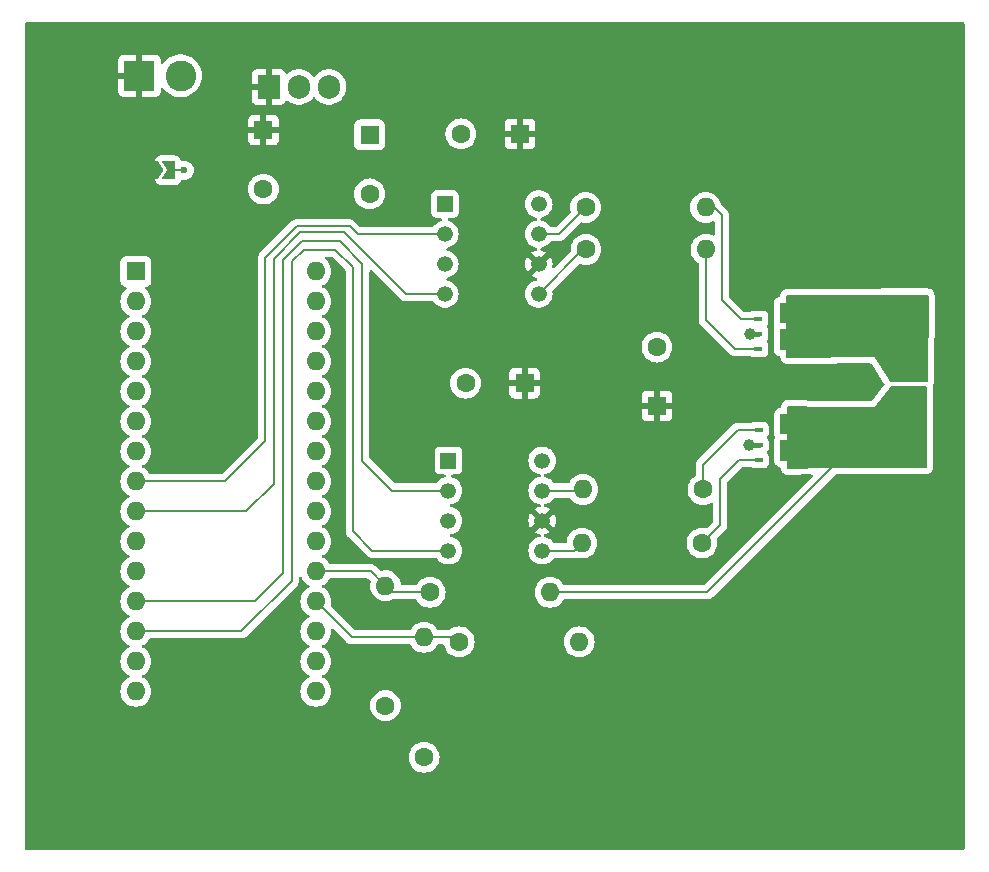
<source format=gbr>
%TF.GenerationSoftware,KiCad,Pcbnew,8.0.1*%
%TF.CreationDate,2024-04-25T09:29:02+05:30*%
%TF.ProjectId,Brushed Speed Controller,42727573-6865-4642-9053-706565642043,rev?*%
%TF.SameCoordinates,Original*%
%TF.FileFunction,Copper,L1,Top*%
%TF.FilePolarity,Positive*%
%FSLAX46Y46*%
G04 Gerber Fmt 4.6, Leading zero omitted, Abs format (unit mm)*
G04 Created by KiCad (PCBNEW 8.0.1) date 2024-04-25 09:29:02*
%MOMM*%
%LPD*%
G01*
G04 APERTURE LIST*
G04 Aperture macros list*
%AMFreePoly0*
4,1,6,1.000000,0.000000,0.500000,-0.750000,-0.500000,-0.750000,-0.500000,0.750000,0.500000,0.750000,1.000000,0.000000,1.000000,0.000000,$1*%
%AMFreePoly1*
4,1,6,0.500000,-0.750000,-0.650000,-0.750000,-0.150000,0.000000,-0.650000,0.750000,0.500000,0.750000,0.500000,-0.750000,0.500000,-0.750000,$1*%
G04 Aperture macros list end*
%TA.AperFunction,Conductor*%
%ADD10C,0.200000*%
%TD*%
%TA.AperFunction,EtchedComponent*%
%ADD11C,0.000000*%
%TD*%
%TA.AperFunction,ComponentPad*%
%ADD12C,1.600000*%
%TD*%
%TA.AperFunction,ComponentPad*%
%ADD13O,1.600000X1.600000*%
%TD*%
%TA.AperFunction,ComponentPad*%
%ADD14R,1.600000X1.600000*%
%TD*%
%TA.AperFunction,SMDPad,CuDef*%
%ADD15FreePoly0,0.000000*%
%TD*%
%TA.AperFunction,SMDPad,CuDef*%
%ADD16FreePoly1,0.000000*%
%TD*%
%TA.AperFunction,ComponentPad*%
%ADD17R,1.338000X1.338000*%
%TD*%
%TA.AperFunction,ComponentPad*%
%ADD18C,1.338000*%
%TD*%
%TA.AperFunction,ComponentPad*%
%ADD19R,1.905000X2.000000*%
%TD*%
%TA.AperFunction,ComponentPad*%
%ADD20O,1.905000X2.000000*%
%TD*%
%TA.AperFunction,ComponentPad*%
%ADD21R,2.600000X2.600000*%
%TD*%
%TA.AperFunction,ComponentPad*%
%ADD22C,2.600000*%
%TD*%
%TA.AperFunction,SMDPad,CuDef*%
%ADD23R,0.711200X0.406400*%
%TD*%
%TA.AperFunction,SMDPad,CuDef*%
%ADD24R,3.987800X1.727200*%
%TD*%
%TA.AperFunction,ViaPad*%
%ADD25C,1.000000*%
%TD*%
%TA.AperFunction,ViaPad*%
%ADD26C,0.600000*%
%TD*%
%TA.AperFunction,Conductor*%
%ADD27C,0.400000*%
%TD*%
G04 APERTURE END LIST*
D10*
%TO.N,/OUT2*%
X186080400Y-96139000D02*
X177749708Y-96126300D01*
X174421800Y-96189800D01*
X174421800Y-91059000D01*
X177749708Y-91163200D01*
X181813200Y-91160600D01*
X183210200Y-89382600D01*
X186105800Y-89382600D01*
X186080400Y-96139000D01*
%TA.AperFunction,Conductor*%
G36*
X186080400Y-96139000D02*
G01*
X177749708Y-96126300D01*
X174421800Y-96189800D01*
X174421800Y-91059000D01*
X177749708Y-91163200D01*
X181813200Y-91160600D01*
X183210200Y-89382600D01*
X186105800Y-89382600D01*
X186080400Y-96139000D01*
G37*
%TD.AperFunction*%
%TO.N,/OUT1*%
X186182000Y-88849200D02*
X183159400Y-88849200D01*
X181787800Y-86741000D01*
X174368201Y-86791800D01*
X174368201Y-81661000D01*
X178333400Y-81635600D01*
X186232800Y-81610200D01*
X186182000Y-88849200D01*
%TA.AperFunction,Conductor*%
G36*
X186182000Y-88849200D02*
G01*
X183159400Y-88849200D01*
X181787800Y-86741000D01*
X174368201Y-86791800D01*
X174368201Y-81661000D01*
X178333400Y-81635600D01*
X186232800Y-81610200D01*
X186182000Y-88849200D01*
G37*
%TD.AperFunction*%
D11*
%TA.AperFunction,EtchedComponent*%
%TD*%
%TO.C,U5*%
G36*
X177749708Y-96126300D02*
G01*
X177343308Y-96090800D01*
X177343308Y-95608200D01*
X174929800Y-95605600D01*
X174929800Y-96189800D01*
X174421800Y-96189800D01*
X174421800Y-95605600D01*
X173761908Y-95603060D01*
X173761908Y-93875860D01*
X177749708Y-93875860D01*
X177749708Y-96126300D01*
G37*
%TD.AperFunction*%
%TA.AperFunction,EtchedComponent*%
%TO.C,U5*%
G36*
X174929800Y-91643200D02*
G01*
X177343308Y-91645800D01*
X177343308Y-91163200D01*
X177749708Y-91163200D01*
X177749708Y-93373000D01*
X173761908Y-93373000D01*
X173761908Y-91645800D01*
X174421800Y-91643200D01*
X174421800Y-91059000D01*
X174929800Y-91059000D01*
X174929800Y-91643200D01*
G37*
%TD.AperFunction*%
%TA.AperFunction,EtchedComponent*%
%TO.C,U3*%
G36*
X177696109Y-86728300D02*
G01*
X177289709Y-86692800D01*
X177289709Y-86210200D01*
X174876201Y-86207600D01*
X174876201Y-86791800D01*
X174368201Y-86791800D01*
X174368201Y-86207600D01*
X173708309Y-86205060D01*
X173708309Y-84477860D01*
X177696109Y-84477860D01*
X177696109Y-86728300D01*
G37*
%TD.AperFunction*%
%TA.AperFunction,EtchedComponent*%
G36*
X174876201Y-82245200D02*
G01*
X177289709Y-82247800D01*
X177289709Y-81765200D01*
X177696109Y-81765200D01*
X177696109Y-83975000D01*
X173708309Y-83975000D01*
X173708309Y-82247800D01*
X174368201Y-82245200D01*
X174368201Y-81661000D01*
X174876201Y-81661000D01*
X174876201Y-82245200D01*
G37*
%TD.AperFunction*%
%TD*%
D12*
%TO.P,R7,1*%
%TO.N,GND*%
X143611600Y-120700800D03*
D13*
%TO.P,R7,2*%
%TO.N,Net-(A1-A0)*%
X143611600Y-110540800D03*
%TD*%
D12*
%TO.P,R4,1*%
%TO.N,/VG4*%
X167132000Y-102565200D03*
D13*
%TO.P,R4,2*%
%TO.N,Net-(U2-~{OUT_B})*%
X156972000Y-102565200D03*
%TD*%
D14*
%TO.P,C1,1*%
%TO.N,VCC*%
X163322000Y-90972451D03*
D12*
%TO.P,C1,2*%
%TO.N,GND*%
X163322000Y-85972451D03*
%TD*%
%TO.P,R6,1*%
%TO.N,Net-(A1-A1)*%
X144119600Y-106730800D03*
D13*
%TO.P,R6,2*%
%TO.N,/OUT2*%
X154279600Y-106730800D03*
%TD*%
D15*
%TO.P,JP2,1,A*%
%TO.N,VCC*%
X120550000Y-71000000D03*
D16*
%TO.P,JP2,2,B*%
%TO.N,Net-(A1-VIN)*%
X122000000Y-71000000D03*
%TD*%
D12*
%TO.P,R8,1*%
%TO.N,Net-(A1-A0)*%
X146583400Y-110921800D03*
D13*
%TO.P,R8,2*%
%TO.N,/OUT1*%
X156743400Y-110921800D03*
%TD*%
D17*
%TO.P,U2,1*%
%TO.N,N/C*%
X145671749Y-95580200D03*
D18*
%TO.P,U2,2,IN_A*%
%TO.N,/IN3*%
X145671749Y-98120200D03*
%TO.P,U2,3,GND*%
%TO.N,GND*%
X145671749Y-100660200D03*
%TO.P,U2,4,IN_B*%
%TO.N,/IN4*%
X145671749Y-103200200D03*
%TO.P,U2,5,~{OUT_B}*%
%TO.N,Net-(U2-~{OUT_B})*%
X153611749Y-103200200D03*
%TO.P,U2,6,VDD*%
%TO.N,VCC*%
X153611749Y-100660200D03*
%TO.P,U2,7,~{OUT_A}*%
%TO.N,Net-(U2-~{OUT_A})*%
X153611749Y-98120200D03*
%TO.P,U2,8*%
%TO.N,N/C*%
X153611749Y-95580200D03*
%TD*%
D12*
%TO.P,R5,1*%
%TO.N,GND*%
X140335000Y-116332000D03*
D13*
%TO.P,R5,2*%
%TO.N,Net-(A1-A1)*%
X140335000Y-106172000D03*
%TD*%
D14*
%TO.P,C5,1*%
%TO.N,VCC*%
X130000000Y-67597349D03*
D12*
%TO.P,C5,2*%
%TO.N,GND*%
X130000000Y-72597349D03*
%TD*%
D19*
%TO.P,U4,1,VI*%
%TO.N,VCC*%
X130460000Y-63945000D03*
D20*
%TO.P,U4,2,GND*%
%TO.N,GND*%
X133000000Y-63945000D03*
%TO.P,U4,3,VO*%
%TO.N,+5V*%
X135540000Y-63945000D03*
%TD*%
D21*
%TO.P,J1,1,Pin_1*%
%TO.N,VCC*%
X119500000Y-63000000D03*
D22*
%TO.P,J1,2,Pin_2*%
%TO.N,GND*%
X123000000Y-63000000D03*
%TD*%
D14*
%TO.P,C2,1*%
%TO.N,VCC*%
X152120600Y-89027000D03*
D12*
%TO.P,C2,2*%
%TO.N,GND*%
X147120600Y-89027000D03*
%TD*%
%TO.P,R2,1*%
%TO.N,Net-(U1-~{OUT_B})*%
X157312549Y-77698600D03*
D13*
%TO.P,R2,2*%
%TO.N,/VG2*%
X167472549Y-77698600D03*
%TD*%
D17*
%TO.P,U1,1*%
%TO.N,N/C*%
X145366949Y-73863200D03*
D18*
%TO.P,U1,2,IN_A*%
%TO.N,/IN1*%
X145366949Y-76403200D03*
%TO.P,U1,3,GND*%
%TO.N,GND*%
X145366949Y-78943200D03*
%TO.P,U1,4,IN_B*%
%TO.N,/IN2*%
X145366949Y-81483200D03*
%TO.P,U1,5,~{OUT_B}*%
%TO.N,Net-(U1-~{OUT_B})*%
X153306949Y-81483200D03*
%TO.P,U1,6,VDD*%
%TO.N,VCC*%
X153306949Y-78943200D03*
%TO.P,U1,7,~{OUT_A}*%
%TO.N,Net-(U1-~{OUT_A})*%
X153306949Y-76403200D03*
%TO.P,U1,8*%
%TO.N,N/C*%
X153306949Y-73863200D03*
%TD*%
D14*
%TO.P,A1,1,D1/TX*%
%TO.N,unconnected-(A1-D1{slash}TX-Pad1)*%
X119202200Y-79552800D03*
D13*
%TO.P,A1,2,D0/RX*%
%TO.N,unconnected-(A1-D0{slash}RX-Pad2)*%
X119202200Y-82092800D03*
%TO.P,A1,3,~{RESET}*%
%TO.N,unconnected-(A1-~{RESET}-Pad3)*%
X119202200Y-84632800D03*
%TO.P,A1,4,GND*%
%TO.N,GND*%
X119202200Y-87172800D03*
%TO.P,A1,5,D2*%
%TO.N,unconnected-(A1-D2-Pad5)*%
X119202200Y-89712800D03*
%TO.P,A1,6,D3*%
%TO.N,unconnected-(A1-D3-Pad6)*%
X119202200Y-92252800D03*
%TO.P,A1,7,D4*%
%TO.N,unconnected-(A1-D4-Pad7)*%
X119202200Y-94792800D03*
%TO.P,A1,8,D5*%
%TO.N,/IN1*%
X119202200Y-97332800D03*
%TO.P,A1,9,D6*%
%TO.N,/IN2*%
X119202200Y-99872800D03*
%TO.P,A1,10,D7*%
%TO.N,unconnected-(A1-D7-Pad10)*%
X119202200Y-102412800D03*
%TO.P,A1,11,D8*%
%TO.N,unconnected-(A1-D8-Pad11)*%
X119202200Y-104952800D03*
%TO.P,A1,12,D9*%
%TO.N,/IN3*%
X119202200Y-107492800D03*
%TO.P,A1,13,D10*%
%TO.N,/IN4*%
X119202200Y-110032800D03*
%TO.P,A1,14,D11*%
%TO.N,unconnected-(A1-D11-Pad14)*%
X119202200Y-112572800D03*
%TO.P,A1,15,D12*%
%TO.N,unconnected-(A1-D12-Pad15)*%
X119202200Y-115112800D03*
%TO.P,A1,16,D13*%
%TO.N,unconnected-(A1-D13-Pad16)*%
X134442200Y-115112800D03*
%TO.P,A1,17,3V3*%
%TO.N,unconnected-(A1-3V3-Pad17)*%
X134442200Y-112572800D03*
%TO.P,A1,18,AREF*%
%TO.N,unconnected-(A1-AREF-Pad18)*%
X134442200Y-110032800D03*
%TO.P,A1,19,A0*%
%TO.N,Net-(A1-A0)*%
X134442200Y-107492800D03*
%TO.P,A1,20,A1*%
%TO.N,Net-(A1-A1)*%
X134442200Y-104952800D03*
%TO.P,A1,21,A2*%
%TO.N,unconnected-(A1-A2-Pad21)*%
X134442200Y-102412800D03*
%TO.P,A1,22,A3*%
%TO.N,unconnected-(A1-A3-Pad22)*%
X134442200Y-99872800D03*
%TO.P,A1,23,A4*%
%TO.N,unconnected-(A1-A4-Pad23)*%
X134442200Y-97332800D03*
%TO.P,A1,24,A5*%
%TO.N,unconnected-(A1-A5-Pad24)*%
X134442200Y-94792800D03*
%TO.P,A1,25,A6*%
%TO.N,unconnected-(A1-A6-Pad25)*%
X134442200Y-92252800D03*
%TO.P,A1,26,A7*%
%TO.N,unconnected-(A1-A7-Pad26)*%
X134442200Y-89712800D03*
%TO.P,A1,27,+5V*%
%TO.N,+5V*%
X134442200Y-87172800D03*
%TO.P,A1,28,~{RESET}*%
%TO.N,unconnected-(A1-~{RESET}-Pad28)*%
X134442200Y-84632800D03*
%TO.P,A1,29,GND*%
%TO.N,GND*%
X134442200Y-82092800D03*
%TO.P,A1,30,VIN*%
%TO.N,Net-(A1-VIN)*%
X134442200Y-79552800D03*
%TD*%
D14*
%TO.P,C4,1*%
%TO.N,+5V*%
X139000000Y-68000000D03*
D12*
%TO.P,C4,2*%
%TO.N,GND*%
X139000000Y-73000000D03*
%TD*%
D21*
%TO.P,J2,1,Pin_1*%
%TO.N,/OUT1*%
X184556400Y-87279600D03*
D22*
%TO.P,J2,2,Pin_2*%
%TO.N,/OUT2*%
X184556400Y-90779600D03*
%TD*%
D12*
%TO.P,R1,1*%
%TO.N,Net-(U1-~{OUT_A})*%
X157287149Y-74142600D03*
D13*
%TO.P,R1,2*%
%TO.N,/VG1*%
X167447149Y-74142600D03*
%TD*%
D23*
%TO.P,U5,1,S1*%
%TO.N,VCC*%
X171960799Y-91719400D03*
%TO.P,U5,2,G1*%
%TO.N,/VG3*%
X171960799Y-92989400D03*
%TO.P,U5,3,S2*%
%TO.N,GND*%
X171960799Y-94259400D03*
%TO.P,U5,4,G2*%
%TO.N,/VG4*%
X171960799Y-95529400D03*
D24*
%TO.P,U5,5,D1*%
%TO.N,/OUT2*%
X175755808Y-92509400D03*
%TO.P,U5,6,D2*%
X175755808Y-94739460D03*
%TD*%
D12*
%TO.P,R3,1*%
%TO.N,/VG3*%
X167218549Y-98018600D03*
D13*
%TO.P,R3,2*%
%TO.N,Net-(U2-~{OUT_A})*%
X157058549Y-98018600D03*
%TD*%
D23*
%TO.P,U3,1,S1*%
%TO.N,VCC*%
X171907200Y-82321400D03*
%TO.P,U3,2,G1*%
%TO.N,/VG1*%
X171907200Y-83591400D03*
%TO.P,U3,3,S2*%
%TO.N,GND*%
X171907200Y-84861400D03*
%TO.P,U3,4,G2*%
%TO.N,/VG2*%
X171907200Y-86131400D03*
D24*
%TO.P,U3,5,D1*%
%TO.N,/OUT1*%
X175702209Y-83111400D03*
%TO.P,U3,6,D2*%
X175702209Y-85341460D03*
%TD*%
D14*
%TO.P,C3,1*%
%TO.N,VCC*%
X151724549Y-67919600D03*
D12*
%TO.P,C3,2*%
%TO.N,GND*%
X146724549Y-67919600D03*
%TD*%
D25*
%TO.N,GND*%
X171196000Y-84861400D03*
X171094400Y-94259400D03*
D26*
%TO.N,Net-(A1-VIN)*%
X123300000Y-71000000D03*
%TD*%
D10*
%TO.N,/IN4*%
X133400800Y-77724000D02*
X132410200Y-78714600D01*
X139192000Y-103200200D02*
X137566400Y-101574600D01*
X128143000Y-110032800D02*
X119202200Y-110032800D01*
X137566400Y-79222600D02*
X136067800Y-77724000D01*
X136067800Y-77724000D02*
X133400800Y-77724000D01*
X132410200Y-78714600D02*
X132410200Y-105765600D01*
X132410200Y-105765600D02*
X128143000Y-110032800D01*
X137566400Y-101574600D02*
X137566400Y-79222600D01*
X145671749Y-103200200D02*
X139192000Y-103200200D01*
D27*
%TO.N,GND*%
X171094400Y-94259400D02*
X171909999Y-94259400D01*
D10*
X171935399Y-94284800D02*
X171960799Y-94259400D01*
D27*
X171909999Y-94259400D02*
X171935399Y-94284800D01*
X171196000Y-84861400D02*
X171907200Y-84861400D01*
D10*
%TO.N,/IN2*%
X130860800Y-78511400D02*
X130860800Y-97561400D01*
X133121400Y-76250800D02*
X130860800Y-78511400D01*
X145366949Y-81483200D02*
X142036800Y-81483200D01*
X142036800Y-81483200D02*
X136804400Y-76250800D01*
X128549400Y-99872800D02*
X119202200Y-99872800D01*
X130860800Y-97561400D02*
X128549400Y-99872800D01*
X136804400Y-76250800D02*
X133121400Y-76250800D01*
%TO.N,/IN1*%
X130149600Y-78409800D02*
X130149600Y-93903800D01*
X137312400Y-75742800D02*
X132816600Y-75742800D01*
X126720600Y-97332800D02*
X119202200Y-97332800D01*
X145366949Y-76403200D02*
X137972800Y-76403200D01*
X137972800Y-76403200D02*
X137312400Y-75742800D01*
X130149600Y-93903800D02*
X126720600Y-97332800D01*
X132816600Y-75742800D02*
X130149600Y-78409800D01*
%TO.N,/IN3*%
X129260600Y-107492800D02*
X119202200Y-107492800D01*
X138379200Y-78917800D02*
X136474200Y-77012800D01*
X133273800Y-77012800D02*
X131673600Y-78613000D01*
X131673600Y-105079800D02*
X129260600Y-107492800D01*
X136474200Y-77012800D02*
X133273800Y-77012800D01*
X145671749Y-98120200D02*
X140893800Y-98120200D01*
X131673600Y-78613000D02*
X131673600Y-105079800D01*
X140893800Y-98120200D02*
X138379200Y-95605600D01*
X138379200Y-95605600D02*
X138379200Y-78917800D01*
%TO.N,Net-(A1-A0)*%
X146202400Y-110540800D02*
X146583400Y-110921800D01*
X143611600Y-110540800D02*
X146202400Y-110540800D01*
X134442200Y-107492800D02*
X137490200Y-110540800D01*
X137490200Y-110540800D02*
X143611600Y-110540800D01*
%TO.N,Net-(A1-A1)*%
X134442200Y-104952800D02*
X139115800Y-104952800D01*
X140335000Y-106172000D02*
X140360400Y-106172000D01*
X140360400Y-106172000D02*
X140919200Y-106730800D01*
X140919200Y-106730800D02*
X144119600Y-106730800D01*
X139115800Y-104952800D02*
X140335000Y-106172000D01*
%TO.N,Net-(U1-~{OUT_A})*%
X153306949Y-76403200D02*
X155026549Y-76403200D01*
X155026549Y-76403200D02*
X157287149Y-74142600D01*
%TO.N,Net-(U1-~{OUT_B})*%
X157091549Y-77698600D02*
X157312549Y-77698600D01*
X153306949Y-81483200D02*
X157091549Y-77698600D01*
%TO.N,Net-(U2-~{OUT_A})*%
X153611749Y-98120200D02*
X156956949Y-98120200D01*
X156956949Y-98120200D02*
X157058549Y-98018600D01*
%TO.N,Net-(U2-~{OUT_B})*%
X153611749Y-103200200D02*
X156337000Y-103200200D01*
X156337000Y-103200200D02*
X156972000Y-102565200D01*
%TO.N,/OUT2*%
X180263800Y-94036472D02*
X180263800Y-92786200D01*
X154279600Y-106730800D02*
X167569472Y-106730800D01*
X167569472Y-106730800D02*
X180263800Y-94036472D01*
%TO.N,/VG1*%
X168148000Y-74142600D02*
X168808400Y-74803000D01*
X167447149Y-74142600D02*
X168148000Y-74142600D01*
X170408600Y-83591400D02*
X171907200Y-83591400D01*
X168808400Y-74803000D02*
X168808400Y-81991200D01*
X168808400Y-81991200D02*
X170408600Y-83591400D01*
%TO.N,/VG2*%
X169976800Y-86131400D02*
X171907200Y-86131400D01*
X167472549Y-83677949D02*
X169951400Y-86156800D01*
X167472549Y-77698600D02*
X167472549Y-83677949D01*
X169951400Y-86156800D02*
X169976800Y-86131400D01*
%TO.N,/VG3*%
X170154600Y-92989400D02*
X171960799Y-92989400D01*
X167218549Y-95925451D02*
X170154600Y-92989400D01*
X167218549Y-98018600D02*
X167218549Y-95925451D01*
%TO.N,/VG4*%
X170281600Y-95529400D02*
X171960799Y-95529400D01*
X168656000Y-101041200D02*
X168656000Y-97155000D01*
X168656000Y-97155000D02*
X170281600Y-95529400D01*
X167132000Y-102565200D02*
X168656000Y-101041200D01*
%TO.N,Net-(A1-VIN)*%
X122000000Y-71000000D02*
X123300000Y-71000000D01*
%TD*%
%TA.AperFunction,Conductor*%
%TO.N,VCC*%
G36*
X189307539Y-58482985D02*
G01*
X189353294Y-58535789D01*
X189364500Y-58587300D01*
X189364500Y-128432900D01*
X189344815Y-128499939D01*
X189292011Y-128545694D01*
X189240500Y-128556900D01*
X109920700Y-128556900D01*
X109853661Y-128537215D01*
X109807906Y-128484411D01*
X109796700Y-128432900D01*
X109796700Y-120700801D01*
X142306132Y-120700801D01*
X142325964Y-120927486D01*
X142325966Y-120927497D01*
X142384858Y-121147288D01*
X142384861Y-121147297D01*
X142481031Y-121353532D01*
X142481032Y-121353534D01*
X142611554Y-121539941D01*
X142772458Y-121700845D01*
X142772461Y-121700847D01*
X142958866Y-121831368D01*
X143165104Y-121927539D01*
X143384908Y-121986435D01*
X143546830Y-122000601D01*
X143611598Y-122006268D01*
X143611600Y-122006268D01*
X143611602Y-122006268D01*
X143668273Y-122001309D01*
X143838292Y-121986435D01*
X144058096Y-121927539D01*
X144264334Y-121831368D01*
X144450739Y-121700847D01*
X144611647Y-121539939D01*
X144742168Y-121353534D01*
X144838339Y-121147296D01*
X144897235Y-120927492D01*
X144917068Y-120700800D01*
X144897235Y-120474108D01*
X144838339Y-120254304D01*
X144742168Y-120048066D01*
X144611647Y-119861661D01*
X144611645Y-119861658D01*
X144450741Y-119700754D01*
X144264334Y-119570232D01*
X144264332Y-119570231D01*
X144058097Y-119474061D01*
X144058088Y-119474058D01*
X143838297Y-119415166D01*
X143838293Y-119415165D01*
X143838292Y-119415165D01*
X143838291Y-119415164D01*
X143838286Y-119415164D01*
X143611602Y-119395332D01*
X143611598Y-119395332D01*
X143384913Y-119415164D01*
X143384902Y-119415166D01*
X143165111Y-119474058D01*
X143165102Y-119474061D01*
X142958867Y-119570231D01*
X142958865Y-119570232D01*
X142772458Y-119700754D01*
X142611554Y-119861658D01*
X142481032Y-120048065D01*
X142481031Y-120048067D01*
X142384861Y-120254302D01*
X142384858Y-120254311D01*
X142325966Y-120474102D01*
X142325964Y-120474113D01*
X142306132Y-120700798D01*
X142306132Y-120700801D01*
X109796700Y-120700801D01*
X109796700Y-115112801D01*
X117896732Y-115112801D01*
X117916564Y-115339486D01*
X117916566Y-115339497D01*
X117975458Y-115559288D01*
X117975461Y-115559297D01*
X118071631Y-115765532D01*
X118071632Y-115765534D01*
X118202154Y-115951941D01*
X118363058Y-116112845D01*
X118363061Y-116112847D01*
X118549466Y-116243368D01*
X118755704Y-116339539D01*
X118975508Y-116398435D01*
X119137430Y-116412601D01*
X119202198Y-116418268D01*
X119202200Y-116418268D01*
X119202202Y-116418268D01*
X119258873Y-116413309D01*
X119428892Y-116398435D01*
X119648696Y-116339539D01*
X119854934Y-116243368D01*
X120041339Y-116112847D01*
X120202247Y-115951939D01*
X120332768Y-115765534D01*
X120428939Y-115559296D01*
X120487835Y-115339492D01*
X120507668Y-115112800D01*
X120507008Y-115105261D01*
X120501856Y-115046364D01*
X120487835Y-114886108D01*
X120428939Y-114666304D01*
X120332768Y-114460066D01*
X120202247Y-114273661D01*
X120202245Y-114273658D01*
X120041341Y-114112754D01*
X119854934Y-113982232D01*
X119854928Y-113982229D01*
X119796925Y-113955182D01*
X119744485Y-113909010D01*
X119725333Y-113841817D01*
X119745548Y-113774935D01*
X119796925Y-113730418D01*
X119854934Y-113703368D01*
X120041339Y-113572847D01*
X120202247Y-113411939D01*
X120332768Y-113225534D01*
X120428939Y-113019296D01*
X120487835Y-112799492D01*
X120507668Y-112572800D01*
X120487835Y-112346108D01*
X120428939Y-112126304D01*
X120332768Y-111920066D01*
X120225968Y-111767538D01*
X120202245Y-111733658D01*
X120041341Y-111572754D01*
X119854934Y-111442232D01*
X119854928Y-111442229D01*
X119796925Y-111415182D01*
X119744485Y-111369010D01*
X119725333Y-111301817D01*
X119745548Y-111234935D01*
X119796925Y-111190418D01*
X119854934Y-111163368D01*
X120041339Y-111032847D01*
X120202247Y-110871939D01*
X120332318Y-110686175D01*
X120386893Y-110642552D01*
X120433892Y-110633300D01*
X128056331Y-110633300D01*
X128056347Y-110633301D01*
X128063943Y-110633301D01*
X128222054Y-110633301D01*
X128222057Y-110633301D01*
X128374785Y-110592377D01*
X128442842Y-110553084D01*
X128511716Y-110513320D01*
X128623520Y-110401516D01*
X128623520Y-110401514D01*
X128633724Y-110391311D01*
X128633728Y-110391306D01*
X132768706Y-106256328D01*
X132768711Y-106256324D01*
X132778914Y-106246120D01*
X132778916Y-106246120D01*
X132890720Y-106134316D01*
X132950175Y-106031336D01*
X132969777Y-105997385D01*
X133010700Y-105844657D01*
X133010700Y-105686543D01*
X133010700Y-105519511D01*
X133030385Y-105452472D01*
X133083189Y-105406717D01*
X133152347Y-105396773D01*
X133215903Y-105425798D01*
X133247080Y-105467104D01*
X133271405Y-105519267D01*
X133311631Y-105605532D01*
X133311632Y-105605534D01*
X133442154Y-105791941D01*
X133603058Y-105952845D01*
X133603061Y-105952847D01*
X133789466Y-106083368D01*
X133812226Y-106093981D01*
X133847475Y-106110418D01*
X133899914Y-106156591D01*
X133919066Y-106223784D01*
X133898850Y-106290665D01*
X133847475Y-106335182D01*
X133789467Y-106362231D01*
X133789465Y-106362232D01*
X133603058Y-106492754D01*
X133442154Y-106653658D01*
X133311632Y-106840065D01*
X133311631Y-106840067D01*
X133215461Y-107046302D01*
X133215458Y-107046311D01*
X133156566Y-107266102D01*
X133156564Y-107266113D01*
X133136732Y-107492798D01*
X133136732Y-107492801D01*
X133156564Y-107719486D01*
X133156566Y-107719497D01*
X133215458Y-107939288D01*
X133215461Y-107939297D01*
X133311631Y-108145532D01*
X133311632Y-108145534D01*
X133442154Y-108331941D01*
X133603058Y-108492845D01*
X133603061Y-108492847D01*
X133789466Y-108623368D01*
X133847475Y-108650418D01*
X133899914Y-108696591D01*
X133919066Y-108763784D01*
X133898850Y-108830665D01*
X133847475Y-108875182D01*
X133789467Y-108902231D01*
X133789465Y-108902232D01*
X133603058Y-109032754D01*
X133442154Y-109193658D01*
X133311632Y-109380065D01*
X133311631Y-109380067D01*
X133215461Y-109586302D01*
X133215458Y-109586311D01*
X133156566Y-109806102D01*
X133156564Y-109806113D01*
X133136732Y-110032798D01*
X133136732Y-110032801D01*
X133156564Y-110259486D01*
X133156566Y-110259497D01*
X133215458Y-110479288D01*
X133215461Y-110479297D01*
X133311631Y-110685532D01*
X133311632Y-110685534D01*
X133442154Y-110871941D01*
X133603058Y-111032845D01*
X133603061Y-111032847D01*
X133789466Y-111163368D01*
X133847475Y-111190418D01*
X133899914Y-111236591D01*
X133919066Y-111303784D01*
X133898850Y-111370665D01*
X133847475Y-111415182D01*
X133789467Y-111442231D01*
X133789465Y-111442232D01*
X133603058Y-111572754D01*
X133442154Y-111733658D01*
X133311632Y-111920065D01*
X133311631Y-111920067D01*
X133215461Y-112126302D01*
X133215458Y-112126311D01*
X133156566Y-112346102D01*
X133156564Y-112346113D01*
X133136732Y-112572798D01*
X133136732Y-112572801D01*
X133156564Y-112799486D01*
X133156566Y-112799497D01*
X133215458Y-113019288D01*
X133215461Y-113019297D01*
X133311631Y-113225532D01*
X133311632Y-113225534D01*
X133442154Y-113411941D01*
X133603058Y-113572845D01*
X133603061Y-113572847D01*
X133789466Y-113703368D01*
X133847475Y-113730418D01*
X133899914Y-113776591D01*
X133919066Y-113843784D01*
X133898850Y-113910665D01*
X133847475Y-113955182D01*
X133789467Y-113982231D01*
X133789465Y-113982232D01*
X133603058Y-114112754D01*
X133442154Y-114273658D01*
X133311632Y-114460065D01*
X133311631Y-114460067D01*
X133215461Y-114666302D01*
X133215458Y-114666311D01*
X133156566Y-114886102D01*
X133156564Y-114886113D01*
X133136732Y-115112798D01*
X133136732Y-115112801D01*
X133156564Y-115339486D01*
X133156566Y-115339497D01*
X133215458Y-115559288D01*
X133215461Y-115559297D01*
X133311631Y-115765532D01*
X133311632Y-115765534D01*
X133442154Y-115951941D01*
X133603058Y-116112845D01*
X133603061Y-116112847D01*
X133789466Y-116243368D01*
X133995704Y-116339539D01*
X134215508Y-116398435D01*
X134377430Y-116412601D01*
X134442198Y-116418268D01*
X134442200Y-116418268D01*
X134442202Y-116418268D01*
X134498873Y-116413309D01*
X134668892Y-116398435D01*
X134888696Y-116339539D01*
X134904861Y-116332001D01*
X139029532Y-116332001D01*
X139049364Y-116558686D01*
X139049366Y-116558697D01*
X139108258Y-116778488D01*
X139108261Y-116778497D01*
X139204431Y-116984732D01*
X139204432Y-116984734D01*
X139334954Y-117171141D01*
X139495858Y-117332045D01*
X139495861Y-117332047D01*
X139682266Y-117462568D01*
X139888504Y-117558739D01*
X140108308Y-117617635D01*
X140270230Y-117631801D01*
X140334998Y-117637468D01*
X140335000Y-117637468D01*
X140335002Y-117637468D01*
X140391673Y-117632509D01*
X140561692Y-117617635D01*
X140781496Y-117558739D01*
X140987734Y-117462568D01*
X141174139Y-117332047D01*
X141335047Y-117171139D01*
X141465568Y-116984734D01*
X141561739Y-116778496D01*
X141620635Y-116558692D01*
X141640468Y-116332000D01*
X141620635Y-116105308D01*
X141561739Y-115885504D01*
X141465568Y-115679266D01*
X141335047Y-115492861D01*
X141335045Y-115492858D01*
X141174141Y-115331954D01*
X140987734Y-115201432D01*
X140987732Y-115201431D01*
X140781497Y-115105261D01*
X140781488Y-115105258D01*
X140561697Y-115046366D01*
X140561693Y-115046365D01*
X140561692Y-115046365D01*
X140561691Y-115046364D01*
X140561686Y-115046364D01*
X140335002Y-115026532D01*
X140334998Y-115026532D01*
X140108313Y-115046364D01*
X140108302Y-115046366D01*
X139888511Y-115105258D01*
X139888502Y-115105261D01*
X139682267Y-115201431D01*
X139682265Y-115201432D01*
X139495858Y-115331954D01*
X139334954Y-115492858D01*
X139204432Y-115679265D01*
X139204431Y-115679267D01*
X139108261Y-115885502D01*
X139108258Y-115885511D01*
X139049366Y-116105302D01*
X139049364Y-116105313D01*
X139029532Y-116331998D01*
X139029532Y-116332001D01*
X134904861Y-116332001D01*
X135094934Y-116243368D01*
X135281339Y-116112847D01*
X135442247Y-115951939D01*
X135572768Y-115765534D01*
X135668939Y-115559296D01*
X135727835Y-115339492D01*
X135747668Y-115112800D01*
X135747008Y-115105261D01*
X135741856Y-115046364D01*
X135727835Y-114886108D01*
X135668939Y-114666304D01*
X135572768Y-114460066D01*
X135442247Y-114273661D01*
X135442245Y-114273658D01*
X135281341Y-114112754D01*
X135094934Y-113982232D01*
X135094928Y-113982229D01*
X135036925Y-113955182D01*
X134984485Y-113909010D01*
X134965333Y-113841817D01*
X134985548Y-113774935D01*
X135036925Y-113730418D01*
X135094934Y-113703368D01*
X135281339Y-113572847D01*
X135442247Y-113411939D01*
X135572768Y-113225534D01*
X135668939Y-113019296D01*
X135727835Y-112799492D01*
X135747668Y-112572800D01*
X135727835Y-112346108D01*
X135668939Y-112126304D01*
X135572768Y-111920066D01*
X135465968Y-111767538D01*
X135442245Y-111733658D01*
X135281341Y-111572754D01*
X135094934Y-111442232D01*
X135094928Y-111442229D01*
X135036925Y-111415182D01*
X134984485Y-111369010D01*
X134965333Y-111301817D01*
X134985548Y-111234935D01*
X135036925Y-111190418D01*
X135094934Y-111163368D01*
X135281339Y-111032847D01*
X135442247Y-110871939D01*
X135572768Y-110685534D01*
X135668939Y-110479296D01*
X135727835Y-110259492D01*
X135747668Y-110032800D01*
X135740419Y-109949949D01*
X135754185Y-109881452D01*
X135802800Y-109831269D01*
X135870828Y-109815335D01*
X135936672Y-109838710D01*
X135951628Y-109851463D01*
X137005339Y-110905174D01*
X137005349Y-110905185D01*
X137009679Y-110909515D01*
X137009680Y-110909516D01*
X137121484Y-111021320D01*
X137208295Y-111071439D01*
X137208297Y-111071441D01*
X137246351Y-111093411D01*
X137258415Y-111100377D01*
X137411143Y-111141301D01*
X137411146Y-111141301D01*
X137576853Y-111141301D01*
X137576869Y-111141300D01*
X142379908Y-111141300D01*
X142446947Y-111160985D01*
X142481480Y-111194174D01*
X142511181Y-111236591D01*
X142611554Y-111379941D01*
X142772458Y-111540845D01*
X142772461Y-111540847D01*
X142958866Y-111671368D01*
X143165104Y-111767539D01*
X143384908Y-111826435D01*
X143546830Y-111840601D01*
X143611598Y-111846268D01*
X143611600Y-111846268D01*
X143611602Y-111846268D01*
X143668273Y-111841309D01*
X143838292Y-111826435D01*
X144058096Y-111767539D01*
X144264334Y-111671368D01*
X144450739Y-111540847D01*
X144611647Y-111379939D01*
X144741718Y-111194175D01*
X144796293Y-111150552D01*
X144843292Y-111141300D01*
X145200689Y-111141300D01*
X145267728Y-111160985D01*
X145313483Y-111213789D01*
X145320464Y-111233207D01*
X145356658Y-111368288D01*
X145356661Y-111368297D01*
X145452831Y-111574532D01*
X145452832Y-111574534D01*
X145583354Y-111760941D01*
X145744258Y-111921845D01*
X145744261Y-111921847D01*
X145930666Y-112052368D01*
X146136904Y-112148539D01*
X146356708Y-112207435D01*
X146518630Y-112221601D01*
X146583398Y-112227268D01*
X146583400Y-112227268D01*
X146583402Y-112227268D01*
X146640073Y-112222309D01*
X146810092Y-112207435D01*
X147029896Y-112148539D01*
X147236134Y-112052368D01*
X147422539Y-111921847D01*
X147583447Y-111760939D01*
X147713968Y-111574534D01*
X147810139Y-111368296D01*
X147869035Y-111148492D01*
X147888868Y-110921801D01*
X155437932Y-110921801D01*
X155457764Y-111148486D01*
X155457766Y-111148497D01*
X155516658Y-111368288D01*
X155516661Y-111368297D01*
X155612831Y-111574532D01*
X155612832Y-111574534D01*
X155743354Y-111760941D01*
X155904258Y-111921845D01*
X155904261Y-111921847D01*
X156090666Y-112052368D01*
X156296904Y-112148539D01*
X156516708Y-112207435D01*
X156678630Y-112221601D01*
X156743398Y-112227268D01*
X156743400Y-112227268D01*
X156743402Y-112227268D01*
X156800073Y-112222309D01*
X156970092Y-112207435D01*
X157189896Y-112148539D01*
X157396134Y-112052368D01*
X157582539Y-111921847D01*
X157743447Y-111760939D01*
X157873968Y-111574534D01*
X157970139Y-111368296D01*
X158029035Y-111148492D01*
X158048868Y-110921800D01*
X158047414Y-110905185D01*
X158029035Y-110695113D01*
X158029035Y-110695108D01*
X157970139Y-110475304D01*
X157873968Y-110269066D01*
X157743447Y-110082661D01*
X157743445Y-110082658D01*
X157582541Y-109921754D01*
X157396134Y-109791232D01*
X157396132Y-109791231D01*
X157189897Y-109695061D01*
X157189888Y-109695058D01*
X156970097Y-109636166D01*
X156970093Y-109636165D01*
X156970092Y-109636165D01*
X156970091Y-109636164D01*
X156970086Y-109636164D01*
X156743402Y-109616332D01*
X156743398Y-109616332D01*
X156516713Y-109636164D01*
X156516702Y-109636166D01*
X156296911Y-109695058D01*
X156296902Y-109695061D01*
X156090667Y-109791231D01*
X156090665Y-109791232D01*
X155904258Y-109921754D01*
X155743354Y-110082658D01*
X155612832Y-110269065D01*
X155612831Y-110269067D01*
X155516661Y-110475302D01*
X155516658Y-110475311D01*
X155457766Y-110695102D01*
X155457764Y-110695113D01*
X155437932Y-110921798D01*
X155437932Y-110921801D01*
X147888868Y-110921801D01*
X147888868Y-110921800D01*
X147887414Y-110905185D01*
X147869035Y-110695113D01*
X147869035Y-110695108D01*
X147810139Y-110475304D01*
X147713968Y-110269066D01*
X147583447Y-110082661D01*
X147583445Y-110082658D01*
X147422541Y-109921754D01*
X147236134Y-109791232D01*
X147236132Y-109791231D01*
X147029897Y-109695061D01*
X147029888Y-109695058D01*
X146810097Y-109636166D01*
X146810093Y-109636165D01*
X146810092Y-109636165D01*
X146810091Y-109636164D01*
X146810086Y-109636164D01*
X146583402Y-109616332D01*
X146583398Y-109616332D01*
X146356713Y-109636164D01*
X146356702Y-109636166D01*
X146136911Y-109695058D01*
X146136902Y-109695061D01*
X145930667Y-109791231D01*
X145930665Y-109791232D01*
X145749799Y-109917875D01*
X145683593Y-109940202D01*
X145678676Y-109940300D01*
X144843292Y-109940300D01*
X144776253Y-109920615D01*
X144741719Y-109887425D01*
X144611647Y-109701661D01*
X144611645Y-109701658D01*
X144450741Y-109540754D01*
X144264334Y-109410232D01*
X144264332Y-109410231D01*
X144058097Y-109314061D01*
X144058088Y-109314058D01*
X143838297Y-109255166D01*
X143838293Y-109255165D01*
X143838292Y-109255165D01*
X143838291Y-109255164D01*
X143838286Y-109255164D01*
X143611602Y-109235332D01*
X143611598Y-109235332D01*
X143384913Y-109255164D01*
X143384902Y-109255166D01*
X143165111Y-109314058D01*
X143165102Y-109314061D01*
X142958867Y-109410231D01*
X142958865Y-109410232D01*
X142772458Y-109540754D01*
X142611554Y-109701658D01*
X142548836Y-109791231D01*
X142481481Y-109887424D01*
X142426907Y-109931048D01*
X142379908Y-109940300D01*
X137790297Y-109940300D01*
X137723258Y-109920615D01*
X137702616Y-109903981D01*
X135734141Y-107935506D01*
X135700656Y-107874183D01*
X135702047Y-107815731D01*
X135724792Y-107730847D01*
X135727835Y-107719492D01*
X135747668Y-107492800D01*
X135744591Y-107457635D01*
X135734348Y-107340552D01*
X135727835Y-107266108D01*
X135668939Y-107046304D01*
X135572768Y-106840066D01*
X135442247Y-106653661D01*
X135442245Y-106653658D01*
X135281341Y-106492754D01*
X135094934Y-106362232D01*
X135094928Y-106362229D01*
X135036925Y-106335182D01*
X134984485Y-106289010D01*
X134965333Y-106221817D01*
X134985548Y-106154935D01*
X135036925Y-106110418D01*
X135094934Y-106083368D01*
X135281339Y-105952847D01*
X135442247Y-105791939D01*
X135572318Y-105606175D01*
X135626893Y-105562552D01*
X135673892Y-105553300D01*
X138815703Y-105553300D01*
X138882742Y-105572985D01*
X138903384Y-105589619D01*
X139043058Y-105729293D01*
X139076543Y-105790616D01*
X139075152Y-105849067D01*
X139049366Y-105945302D01*
X139049364Y-105945313D01*
X139029532Y-106171998D01*
X139029532Y-106172001D01*
X139049364Y-106398686D01*
X139049366Y-106398697D01*
X139108258Y-106618488D01*
X139108261Y-106618497D01*
X139204431Y-106824732D01*
X139204432Y-106824734D01*
X139334954Y-107011141D01*
X139495858Y-107172045D01*
X139495861Y-107172047D01*
X139682266Y-107302568D01*
X139888504Y-107398739D01*
X140108308Y-107457635D01*
X140270230Y-107471801D01*
X140334998Y-107477468D01*
X140335000Y-107477468D01*
X140335002Y-107477468D01*
X140391673Y-107472509D01*
X140561692Y-107457635D01*
X140781496Y-107398739D01*
X140901201Y-107342918D01*
X140953606Y-107331301D01*
X141005854Y-107331301D01*
X141005870Y-107331300D01*
X142887908Y-107331300D01*
X142954947Y-107350985D01*
X142989480Y-107384174D01*
X143040918Y-107457635D01*
X143119554Y-107569941D01*
X143280458Y-107730845D01*
X143280461Y-107730847D01*
X143466866Y-107861368D01*
X143673104Y-107957539D01*
X143892908Y-108016435D01*
X144054830Y-108030601D01*
X144119598Y-108036268D01*
X144119600Y-108036268D01*
X144119602Y-108036268D01*
X144176273Y-108031309D01*
X144346292Y-108016435D01*
X144566096Y-107957539D01*
X144772334Y-107861368D01*
X144958739Y-107730847D01*
X145119647Y-107569939D01*
X145250168Y-107383534D01*
X145346339Y-107177296D01*
X145405235Y-106957492D01*
X145425068Y-106730801D01*
X152974132Y-106730801D01*
X152993964Y-106957486D01*
X152993966Y-106957497D01*
X153052858Y-107177288D01*
X153052861Y-107177297D01*
X153149031Y-107383532D01*
X153149032Y-107383534D01*
X153279554Y-107569941D01*
X153440458Y-107730845D01*
X153440461Y-107730847D01*
X153626866Y-107861368D01*
X153833104Y-107957539D01*
X154052908Y-108016435D01*
X154214830Y-108030601D01*
X154279598Y-108036268D01*
X154279600Y-108036268D01*
X154279602Y-108036268D01*
X154336273Y-108031309D01*
X154506292Y-108016435D01*
X154726096Y-107957539D01*
X154932334Y-107861368D01*
X155118739Y-107730847D01*
X155279647Y-107569939D01*
X155409718Y-107384175D01*
X155464293Y-107340552D01*
X155511292Y-107331300D01*
X167482803Y-107331300D01*
X167482819Y-107331301D01*
X167490415Y-107331301D01*
X167648526Y-107331301D01*
X167648529Y-107331301D01*
X167801257Y-107290377D01*
X167801259Y-107290375D01*
X167801261Y-107290375D01*
X167801262Y-107290374D01*
X167852112Y-107261016D01*
X167852113Y-107261015D01*
X167938188Y-107211320D01*
X168049992Y-107099516D01*
X168049992Y-107099514D01*
X168060196Y-107089311D01*
X168060200Y-107089306D01*
X178380294Y-96769211D01*
X178441615Y-96735728D01*
X178468157Y-96732894D01*
X186079477Y-96744499D01*
X186234915Y-96724453D01*
X186381177Y-96664513D01*
X186457048Y-96606747D01*
X186506934Y-96568766D01*
X186506936Y-96568763D01*
X186506941Y-96568760D01*
X186603637Y-96443719D01*
X186664675Y-96297913D01*
X186685896Y-96141276D01*
X186690816Y-94832498D01*
X186711296Y-89385009D01*
X186711300Y-89382609D01*
X186711299Y-89382608D01*
X186711300Y-89382600D01*
X186691157Y-89229602D01*
X186701498Y-89163286D01*
X186701078Y-89163109D01*
X186701788Y-89161427D01*
X186701922Y-89160571D01*
X186703064Y-89158406D01*
X186704239Y-89155624D01*
X186704241Y-89155622D01*
X186765754Y-89010015D01*
X186787485Y-88853449D01*
X186838285Y-81614449D01*
X186838297Y-81608253D01*
X186817161Y-81451605D01*
X186778141Y-81358252D01*
X186756204Y-81305767D01*
X186712228Y-81248837D01*
X186659574Y-81180672D01*
X186544233Y-81092756D01*
X186533861Y-81084850D01*
X186387634Y-81024831D01*
X186230853Y-81004703D01*
X186230847Y-81004703D01*
X178331546Y-81030102D01*
X178331453Y-81030103D01*
X178329521Y-81030112D01*
X178329416Y-81030112D01*
X174364329Y-81055511D01*
X174211484Y-81076132D01*
X174065453Y-81136620D01*
X173940048Y-81232847D01*
X173843821Y-81358252D01*
X173783333Y-81504284D01*
X173783333Y-81504286D01*
X173765619Y-81638832D01*
X173737352Y-81702728D01*
X173679027Y-81741199D01*
X173651772Y-81746312D01*
X173636375Y-81747443D01*
X173636369Y-81747445D01*
X173633883Y-81748175D01*
X173612209Y-81752485D01*
X173600827Y-81753708D01*
X173552376Y-81771778D01*
X173543986Y-81774570D01*
X173498313Y-81787982D01*
X173498311Y-81787983D01*
X173494832Y-81790219D01*
X173471150Y-81802074D01*
X173465982Y-81804001D01*
X173465977Y-81804004D01*
X173440713Y-81822916D01*
X173424589Y-81834987D01*
X173417328Y-81840028D01*
X173377281Y-81865765D01*
X173377275Y-81865770D01*
X173374566Y-81868897D01*
X173355179Y-81886947D01*
X173350767Y-81890249D01*
X173350760Y-81890256D01*
X173319780Y-81931639D01*
X173314230Y-81938526D01*
X173283055Y-81974504D01*
X173283055Y-81974505D01*
X173281332Y-81978277D01*
X173267816Y-82001054D01*
X173264519Y-82005458D01*
X173264513Y-82005469D01*
X173246446Y-82053906D01*
X173243060Y-82062079D01*
X173223284Y-82105383D01*
X173223284Y-82105385D01*
X173222694Y-82109487D01*
X173216145Y-82135146D01*
X173214219Y-82140310D01*
X173214218Y-82140316D01*
X173207809Y-82199918D01*
X173207809Y-82204154D01*
X173206547Y-82221799D01*
X173202809Y-82247796D01*
X173202809Y-83975002D01*
X173207954Y-84046942D01*
X173208681Y-84049418D01*
X173212993Y-84071092D01*
X173214218Y-84082484D01*
X173232280Y-84130912D01*
X173235074Y-84139306D01*
X173250988Y-84193499D01*
X173248359Y-84194270D01*
X173256288Y-84249483D01*
X173249737Y-84275140D01*
X173246449Y-84283957D01*
X173243060Y-84292139D01*
X173223284Y-84335443D01*
X173223284Y-84335445D01*
X173222694Y-84339547D01*
X173216145Y-84365206D01*
X173214219Y-84370370D01*
X173214218Y-84370376D01*
X173207809Y-84429978D01*
X173207809Y-84434214D01*
X173206547Y-84451859D01*
X173202809Y-84477856D01*
X173202809Y-86205058D01*
X173207680Y-86275073D01*
X173207680Y-86275074D01*
X173208656Y-86278444D01*
X173212832Y-86299655D01*
X173214217Y-86312543D01*
X173231825Y-86359750D01*
X173234748Y-86368590D01*
X173242547Y-86395533D01*
X173247684Y-86413279D01*
X173247686Y-86413282D01*
X173250549Y-86417775D01*
X173262159Y-86441080D01*
X173264513Y-86447391D01*
X173294708Y-86487725D01*
X173300015Y-86495401D01*
X173325004Y-86534617D01*
X173325007Y-86534620D01*
X173329026Y-86538130D01*
X173346727Y-86557215D01*
X173350763Y-86562606D01*
X173382976Y-86586720D01*
X173391101Y-86592803D01*
X173398342Y-86598661D01*
X173406847Y-86606088D01*
X173433382Y-86629261D01*
X173438223Y-86631494D01*
X173460588Y-86644821D01*
X173465978Y-86648856D01*
X173480774Y-86654374D01*
X173513182Y-86666462D01*
X173521795Y-86670049D01*
X173564023Y-86689530D01*
X173564024Y-86689531D01*
X173564025Y-86689531D01*
X173564027Y-86689532D01*
X173569302Y-86690311D01*
X173594517Y-86696798D01*
X173600826Y-86699151D01*
X173616484Y-86700834D01*
X173655269Y-86705005D01*
X173719820Y-86731743D01*
X173759668Y-86789136D01*
X173764838Y-86811266D01*
X173784420Y-86952517D01*
X173784420Y-86952519D01*
X173845906Y-87098130D01*
X173845908Y-87098134D01*
X173942988Y-87222874D01*
X173942989Y-87222875D01*
X174069048Y-87318239D01*
X174215494Y-87377727D01*
X174372347Y-87397286D01*
X174372355Y-87397285D01*
X174372356Y-87397286D01*
X175703332Y-87388173D01*
X181393027Y-87349217D01*
X181460200Y-87368442D01*
X181497813Y-87405590D01*
X182574219Y-89060066D01*
X182579865Y-89068743D01*
X182599925Y-89135672D01*
X182580616Y-89202820D01*
X182573430Y-89212976D01*
X181555961Y-90507936D01*
X181499065Y-90548489D01*
X181458537Y-90555326D01*
X177760946Y-90557691D01*
X177756986Y-90557630D01*
X174440779Y-90453797D01*
X174421803Y-90453500D01*
X174421799Y-90453500D01*
X174265086Y-90474131D01*
X174265084Y-90474132D01*
X174119052Y-90534620D01*
X173993647Y-90630847D01*
X173897420Y-90756252D01*
X173836932Y-90902284D01*
X173836932Y-90902286D01*
X173819218Y-91036832D01*
X173790951Y-91100728D01*
X173732626Y-91139199D01*
X173705371Y-91144312D01*
X173689974Y-91145443D01*
X173689968Y-91145445D01*
X173687482Y-91146175D01*
X173665808Y-91150485D01*
X173654426Y-91151708D01*
X173605975Y-91169778D01*
X173597585Y-91172570D01*
X173551912Y-91185982D01*
X173551910Y-91185983D01*
X173548431Y-91188219D01*
X173524749Y-91200074D01*
X173519581Y-91202001D01*
X173519576Y-91202004D01*
X173494312Y-91220916D01*
X173478188Y-91232987D01*
X173470927Y-91238028D01*
X173430880Y-91263765D01*
X173430874Y-91263770D01*
X173428165Y-91266897D01*
X173408778Y-91284947D01*
X173404366Y-91288249D01*
X173404359Y-91288256D01*
X173373379Y-91329639D01*
X173367829Y-91336526D01*
X173336654Y-91372504D01*
X173336654Y-91372505D01*
X173334931Y-91376277D01*
X173321415Y-91399054D01*
X173318118Y-91403458D01*
X173318112Y-91403469D01*
X173300045Y-91451906D01*
X173296659Y-91460079D01*
X173276883Y-91503383D01*
X173276883Y-91503385D01*
X173276293Y-91507487D01*
X173269744Y-91533146D01*
X173267818Y-91538310D01*
X173267817Y-91538316D01*
X173261408Y-91597918D01*
X173261408Y-91602154D01*
X173260146Y-91619799D01*
X173256408Y-91645796D01*
X173256408Y-93373002D01*
X173261553Y-93444942D01*
X173262280Y-93447418D01*
X173266592Y-93469092D01*
X173267817Y-93480484D01*
X173285879Y-93528912D01*
X173288673Y-93537306D01*
X173304587Y-93591499D01*
X173301958Y-93592270D01*
X173309887Y-93647483D01*
X173303336Y-93673140D01*
X173300048Y-93681957D01*
X173296659Y-93690139D01*
X173276883Y-93733443D01*
X173276883Y-93733445D01*
X173276293Y-93737547D01*
X173269744Y-93763206D01*
X173267818Y-93768370D01*
X173267817Y-93768376D01*
X173261408Y-93827978D01*
X173261408Y-93832214D01*
X173260146Y-93849859D01*
X173256408Y-93875856D01*
X173256408Y-95603058D01*
X173261279Y-95673073D01*
X173261279Y-95673074D01*
X173262255Y-95676444D01*
X173266431Y-95697655D01*
X173267816Y-95710543D01*
X173285424Y-95757750D01*
X173288347Y-95766590D01*
X173295948Y-95792845D01*
X173301283Y-95811279D01*
X173301285Y-95811282D01*
X173304148Y-95815775D01*
X173315758Y-95839080D01*
X173318112Y-95845391D01*
X173348307Y-95885725D01*
X173353614Y-95893401D01*
X173378603Y-95932617D01*
X173378606Y-95932620D01*
X173382625Y-95936130D01*
X173400326Y-95955215D01*
X173404362Y-95960606D01*
X173436575Y-95984720D01*
X173444700Y-95990803D01*
X173451941Y-95996661D01*
X173472365Y-96014497D01*
X173486981Y-96027261D01*
X173491822Y-96029494D01*
X173514187Y-96042821D01*
X173519577Y-96046856D01*
X173534373Y-96052374D01*
X173566781Y-96064462D01*
X173575394Y-96068049D01*
X173617622Y-96087530D01*
X173617623Y-96087531D01*
X173617624Y-96087531D01*
X173617626Y-96087532D01*
X173622901Y-96088311D01*
X173648116Y-96094798D01*
X173654425Y-96097151D01*
X173671536Y-96098990D01*
X173708013Y-96102913D01*
X173772564Y-96129651D01*
X173812412Y-96187044D01*
X173817365Y-96207674D01*
X173840027Y-96357643D01*
X173899432Y-96493658D01*
X173903293Y-96502499D01*
X173945165Y-96554964D01*
X174001889Y-96626039D01*
X174001890Y-96626040D01*
X174001891Y-96626041D01*
X174001893Y-96626043D01*
X174129109Y-96719859D01*
X174276271Y-96777551D01*
X174433351Y-96795190D01*
X174433354Y-96795189D01*
X174433355Y-96795190D01*
X174607972Y-96791858D01*
X176391508Y-96757825D01*
X176458908Y-96776227D01*
X176505662Y-96828148D01*
X176516923Y-96897104D01*
X176489116Y-96961202D01*
X176481552Y-96969483D01*
X167357056Y-106093981D01*
X167295733Y-106127466D01*
X167269375Y-106130300D01*
X155511292Y-106130300D01*
X155444253Y-106110615D01*
X155409719Y-106077425D01*
X155279647Y-105891661D01*
X155279645Y-105891658D01*
X155118741Y-105730754D01*
X154932334Y-105600232D01*
X154932332Y-105600231D01*
X154726097Y-105504061D01*
X154726088Y-105504058D01*
X154506297Y-105445166D01*
X154506293Y-105445165D01*
X154506292Y-105445165D01*
X154506291Y-105445164D01*
X154506286Y-105445164D01*
X154279602Y-105425332D01*
X154279598Y-105425332D01*
X154052913Y-105445164D01*
X154052902Y-105445166D01*
X153833111Y-105504058D01*
X153833102Y-105504061D01*
X153626867Y-105600231D01*
X153626865Y-105600232D01*
X153440458Y-105730754D01*
X153279554Y-105891658D01*
X153149032Y-106078065D01*
X153149031Y-106078067D01*
X153052861Y-106284302D01*
X153052858Y-106284311D01*
X152993966Y-106504102D01*
X152993964Y-106504113D01*
X152974132Y-106730798D01*
X152974132Y-106730801D01*
X145425068Y-106730801D01*
X145425068Y-106730800D01*
X145405235Y-106504108D01*
X145359972Y-106335182D01*
X145346341Y-106284311D01*
X145346338Y-106284302D01*
X145317659Y-106222800D01*
X145250168Y-106078066D01*
X145119647Y-105891661D01*
X145119645Y-105891658D01*
X144958741Y-105730754D01*
X144772334Y-105600232D01*
X144772332Y-105600231D01*
X144566097Y-105504061D01*
X144566088Y-105504058D01*
X144346297Y-105445166D01*
X144346293Y-105445165D01*
X144346292Y-105445165D01*
X144346291Y-105445164D01*
X144346286Y-105445164D01*
X144119602Y-105425332D01*
X144119598Y-105425332D01*
X143892913Y-105445164D01*
X143892902Y-105445166D01*
X143673111Y-105504058D01*
X143673102Y-105504061D01*
X143466867Y-105600231D01*
X143466865Y-105600232D01*
X143280458Y-105730754D01*
X143119554Y-105891658D01*
X143076710Y-105952847D01*
X142989481Y-106077424D01*
X142934907Y-106121048D01*
X142887908Y-106130300D01*
X141750445Y-106130300D01*
X141683406Y-106110615D01*
X141637651Y-106057811D01*
X141626917Y-106017108D01*
X141624642Y-105991113D01*
X141620635Y-105945308D01*
X141563146Y-105730754D01*
X141561741Y-105725511D01*
X141561738Y-105725502D01*
X141543571Y-105686543D01*
X141465568Y-105519266D01*
X141335047Y-105332861D01*
X141335045Y-105332858D01*
X141174141Y-105171954D01*
X140987734Y-105041432D01*
X140987732Y-105041431D01*
X140781497Y-104945261D01*
X140781488Y-104945258D01*
X140561697Y-104886366D01*
X140561693Y-104886365D01*
X140561692Y-104886365D01*
X140561691Y-104886364D01*
X140561686Y-104886364D01*
X140335002Y-104866532D01*
X140334998Y-104866532D01*
X140108313Y-104886364D01*
X140108302Y-104886366D01*
X140012067Y-104912152D01*
X139942217Y-104910489D01*
X139892293Y-104880058D01*
X139603390Y-104591155D01*
X139603388Y-104591152D01*
X139484517Y-104472281D01*
X139484516Y-104472280D01*
X139397704Y-104422160D01*
X139397704Y-104422159D01*
X139397700Y-104422158D01*
X139347585Y-104393223D01*
X139194857Y-104352299D01*
X139036743Y-104352299D01*
X139029147Y-104352299D01*
X139029131Y-104352300D01*
X135673892Y-104352300D01*
X135606853Y-104332615D01*
X135572319Y-104299425D01*
X135442247Y-104113661D01*
X135442245Y-104113658D01*
X135281341Y-103952754D01*
X135094934Y-103822232D01*
X135094928Y-103822229D01*
X135048761Y-103800701D01*
X135036924Y-103795181D01*
X134984485Y-103749010D01*
X134965333Y-103681817D01*
X134985548Y-103614935D01*
X135036925Y-103570418D01*
X135094934Y-103543368D01*
X135281339Y-103412847D01*
X135442247Y-103251939D01*
X135572768Y-103065534D01*
X135668939Y-102859296D01*
X135727835Y-102639492D01*
X135747668Y-102412800D01*
X135727835Y-102186108D01*
X135668939Y-101966304D01*
X135572768Y-101760066D01*
X135442247Y-101573661D01*
X135442245Y-101573658D01*
X135281341Y-101412754D01*
X135094934Y-101282232D01*
X135094928Y-101282229D01*
X135036925Y-101255182D01*
X134984485Y-101209010D01*
X134965333Y-101141817D01*
X134985548Y-101074935D01*
X135036925Y-101030418D01*
X135094934Y-101003368D01*
X135281339Y-100872847D01*
X135442247Y-100711939D01*
X135572768Y-100525534D01*
X135668939Y-100319296D01*
X135727835Y-100099492D01*
X135747668Y-99872800D01*
X135727835Y-99646108D01*
X135668939Y-99426304D01*
X135572768Y-99220066D01*
X135442247Y-99033661D01*
X135442245Y-99033658D01*
X135281341Y-98872754D01*
X135094934Y-98742232D01*
X135094928Y-98742229D01*
X135065136Y-98728337D01*
X135036924Y-98715181D01*
X134984485Y-98669010D01*
X134965333Y-98601817D01*
X134985548Y-98534935D01*
X135036925Y-98490418D01*
X135094934Y-98463368D01*
X135281339Y-98332847D01*
X135442247Y-98171939D01*
X135572768Y-97985534D01*
X135668939Y-97779296D01*
X135727835Y-97559492D01*
X135747668Y-97332800D01*
X135745906Y-97312665D01*
X135734555Y-97182921D01*
X135727835Y-97106108D01*
X135668939Y-96886304D01*
X135572768Y-96680066D01*
X135442247Y-96493661D01*
X135442245Y-96493658D01*
X135281341Y-96332754D01*
X135094934Y-96202232D01*
X135094928Y-96202229D01*
X135039531Y-96176397D01*
X135036924Y-96175181D01*
X134984485Y-96129010D01*
X134965333Y-96061817D01*
X134985548Y-95994935D01*
X135036925Y-95950418D01*
X135094934Y-95923368D01*
X135281339Y-95792847D01*
X135442247Y-95631939D01*
X135572768Y-95445534D01*
X135668939Y-95239296D01*
X135727835Y-95019492D01*
X135747668Y-94792800D01*
X135727835Y-94566108D01*
X135668939Y-94346304D01*
X135572768Y-94140066D01*
X135442247Y-93953661D01*
X135442245Y-93953658D01*
X135281341Y-93792754D01*
X135094934Y-93662232D01*
X135094928Y-93662229D01*
X135036925Y-93635182D01*
X134984485Y-93589010D01*
X134965333Y-93521817D01*
X134985548Y-93454935D01*
X135036925Y-93410418D01*
X135094934Y-93383368D01*
X135281339Y-93252847D01*
X135442247Y-93091939D01*
X135572768Y-92905534D01*
X135668939Y-92699296D01*
X135727835Y-92479492D01*
X135747668Y-92252800D01*
X135727835Y-92026108D01*
X135668939Y-91806304D01*
X135572768Y-91600066D01*
X135442247Y-91413661D01*
X135442245Y-91413658D01*
X135281341Y-91252754D01*
X135094934Y-91122232D01*
X135094928Y-91122229D01*
X135036925Y-91095182D01*
X134984485Y-91049010D01*
X134965333Y-90981817D01*
X134985548Y-90914935D01*
X135036925Y-90870418D01*
X135094934Y-90843368D01*
X135281339Y-90712847D01*
X135442247Y-90551939D01*
X135572768Y-90365534D01*
X135668939Y-90159296D01*
X135727835Y-89939492D01*
X135747668Y-89712800D01*
X135727835Y-89486108D01*
X135668939Y-89266304D01*
X135572768Y-89060066D01*
X135442247Y-88873661D01*
X135442245Y-88873658D01*
X135281341Y-88712754D01*
X135094934Y-88582232D01*
X135094928Y-88582229D01*
X135036925Y-88555182D01*
X134984485Y-88509010D01*
X134965333Y-88441817D01*
X134985548Y-88374935D01*
X135036925Y-88330418D01*
X135094934Y-88303368D01*
X135281339Y-88172847D01*
X135442247Y-88011939D01*
X135572768Y-87825534D01*
X135668939Y-87619296D01*
X135727835Y-87399492D01*
X135747668Y-87172800D01*
X135727835Y-86946108D01*
X135671571Y-86736125D01*
X135668941Y-86726311D01*
X135668938Y-86726302D01*
X135661696Y-86710772D01*
X135572768Y-86520066D01*
X135442247Y-86333661D01*
X135442245Y-86333658D01*
X135281341Y-86172754D01*
X135094934Y-86042232D01*
X135094928Y-86042229D01*
X135036925Y-86015182D01*
X134984485Y-85969010D01*
X134965333Y-85901817D01*
X134985548Y-85834935D01*
X135036925Y-85790418D01*
X135094934Y-85763368D01*
X135281339Y-85632847D01*
X135442247Y-85471939D01*
X135572768Y-85285534D01*
X135668939Y-85079296D01*
X135727835Y-84859492D01*
X135747668Y-84632800D01*
X135727835Y-84406108D01*
X135672523Y-84199680D01*
X135668941Y-84186311D01*
X135668938Y-84186302D01*
X135647023Y-84139306D01*
X135572768Y-83980066D01*
X135442247Y-83793661D01*
X135442245Y-83793658D01*
X135281341Y-83632754D01*
X135094934Y-83502232D01*
X135094928Y-83502229D01*
X135036925Y-83475182D01*
X134984485Y-83429010D01*
X134965333Y-83361817D01*
X134985548Y-83294935D01*
X135036925Y-83250418D01*
X135094934Y-83223368D01*
X135281339Y-83092847D01*
X135442247Y-82931939D01*
X135572768Y-82745534D01*
X135668939Y-82539296D01*
X135727835Y-82319492D01*
X135747668Y-82092800D01*
X135727835Y-81866108D01*
X135668939Y-81646304D01*
X135572768Y-81440066D01*
X135451856Y-81267384D01*
X135442245Y-81253658D01*
X135281341Y-81092754D01*
X135094934Y-80962232D01*
X135094928Y-80962229D01*
X135036925Y-80935182D01*
X134984485Y-80889010D01*
X134965333Y-80821817D01*
X134985548Y-80754935D01*
X135036925Y-80710418D01*
X135094934Y-80683368D01*
X135281339Y-80552847D01*
X135442247Y-80391939D01*
X135572768Y-80205534D01*
X135668939Y-79999296D01*
X135727835Y-79779492D01*
X135747668Y-79552800D01*
X135727835Y-79326108D01*
X135668939Y-79106304D01*
X135572768Y-78900066D01*
X135451856Y-78727384D01*
X135442245Y-78713658D01*
X135281340Y-78552753D01*
X135277515Y-78550075D01*
X135233890Y-78495498D01*
X135226696Y-78426000D01*
X135258219Y-78363645D01*
X135318449Y-78328231D01*
X135348638Y-78324500D01*
X135767703Y-78324500D01*
X135834742Y-78344185D01*
X135855384Y-78360819D01*
X136929581Y-79435016D01*
X136963066Y-79496339D01*
X136965900Y-79522697D01*
X136965900Y-101487930D01*
X136965899Y-101487948D01*
X136965899Y-101653654D01*
X136965898Y-101653654D01*
X136965899Y-101653657D01*
X137002269Y-101789391D01*
X137006824Y-101806387D01*
X137020283Y-101829698D01*
X137020284Y-101829700D01*
X137085877Y-101943312D01*
X137085881Y-101943317D01*
X137204749Y-102062185D01*
X137204754Y-102062189D01*
X138823284Y-103680720D01*
X138823286Y-103680721D01*
X138823290Y-103680724D01*
X138941567Y-103749010D01*
X138960216Y-103759777D01*
X139112943Y-103800701D01*
X139112945Y-103800701D01*
X139278654Y-103800701D01*
X139278670Y-103800700D01*
X144597973Y-103800700D01*
X144665012Y-103820385D01*
X144696927Y-103849973D01*
X144769462Y-103946024D01*
X144803776Y-103991462D01*
X144963949Y-104137479D01*
X145148225Y-104251578D01*
X145350329Y-104329874D01*
X145563379Y-104369700D01*
X145563381Y-104369700D01*
X145780117Y-104369700D01*
X145780119Y-104369700D01*
X145993169Y-104329874D01*
X146195273Y-104251578D01*
X146379549Y-104137479D01*
X146539722Y-103991462D01*
X146670338Y-103818500D01*
X146766947Y-103624482D01*
X146826261Y-103416016D01*
X146846259Y-103200200D01*
X152437239Y-103200200D01*
X152457236Y-103416015D01*
X152457237Y-103416017D01*
X152516549Y-103624477D01*
X152516555Y-103624492D01*
X152599075Y-103790213D01*
X152613160Y-103818500D01*
X152743776Y-103991462D01*
X152903949Y-104137479D01*
X153088225Y-104251578D01*
X153290329Y-104329874D01*
X153503379Y-104369700D01*
X153503381Y-104369700D01*
X153720117Y-104369700D01*
X153720119Y-104369700D01*
X153933169Y-104329874D01*
X154135273Y-104251578D01*
X154319549Y-104137479D01*
X154479722Y-103991462D01*
X154585920Y-103850835D01*
X154586571Y-103849973D01*
X154642681Y-103808337D01*
X154685525Y-103800700D01*
X156250331Y-103800700D01*
X156250347Y-103800701D01*
X156257943Y-103800701D01*
X156416055Y-103800701D01*
X156416057Y-103800701D01*
X156455195Y-103790213D01*
X156519948Y-103791752D01*
X156520274Y-103790537D01*
X156525500Y-103791937D01*
X156525504Y-103791939D01*
X156745308Y-103850835D01*
X156907230Y-103865001D01*
X156971998Y-103870668D01*
X156972000Y-103870668D01*
X156972002Y-103870668D01*
X157028673Y-103865709D01*
X157198692Y-103850835D01*
X157418496Y-103791939D01*
X157624734Y-103695768D01*
X157811139Y-103565247D01*
X157972047Y-103404339D01*
X158102568Y-103217934D01*
X158198739Y-103011696D01*
X158257635Y-102791892D01*
X158277468Y-102565201D01*
X165826532Y-102565201D01*
X165846364Y-102791886D01*
X165846366Y-102791897D01*
X165905258Y-103011688D01*
X165905261Y-103011697D01*
X166001431Y-103217932D01*
X166001432Y-103217934D01*
X166131954Y-103404341D01*
X166292858Y-103565245D01*
X166292861Y-103565247D01*
X166479266Y-103695768D01*
X166685504Y-103791939D01*
X166685509Y-103791940D01*
X166685511Y-103791941D01*
X166718204Y-103800701D01*
X166905308Y-103850835D01*
X167067230Y-103865001D01*
X167131998Y-103870668D01*
X167132000Y-103870668D01*
X167132002Y-103870668D01*
X167188673Y-103865709D01*
X167358692Y-103850835D01*
X167578496Y-103791939D01*
X167784734Y-103695768D01*
X167971139Y-103565247D01*
X168132047Y-103404339D01*
X168262568Y-103217934D01*
X168358739Y-103011696D01*
X168417635Y-102791892D01*
X168437468Y-102565200D01*
X168417635Y-102338508D01*
X168391847Y-102242266D01*
X168393510Y-102172417D01*
X168423939Y-102122494D01*
X169014506Y-101531928D01*
X169014511Y-101531924D01*
X169024714Y-101521720D01*
X169024716Y-101521720D01*
X169136520Y-101409916D01*
X169215577Y-101272984D01*
X169256500Y-101120257D01*
X169256500Y-97455097D01*
X169276185Y-97388058D01*
X169292819Y-97367416D01*
X170494017Y-96166219D01*
X170555340Y-96132734D01*
X170581698Y-96129900D01*
X171259485Y-96129900D01*
X171326524Y-96149585D01*
X171333795Y-96154633D01*
X171362864Y-96176393D01*
X171362870Y-96176397D01*
X171497716Y-96226691D01*
X171497715Y-96226691D01*
X171504643Y-96227435D01*
X171557326Y-96233100D01*
X172364271Y-96233099D01*
X172423882Y-96226691D01*
X172558730Y-96176396D01*
X172673945Y-96090146D01*
X172760195Y-95974931D01*
X172810490Y-95840083D01*
X172816899Y-95780473D01*
X172816898Y-95278328D01*
X172810490Y-95218717D01*
X172787063Y-95155907D01*
X172760196Y-95083871D01*
X172760192Y-95083864D01*
X172673988Y-94968711D01*
X172649570Y-94903247D01*
X172664421Y-94834974D01*
X172673988Y-94820089D01*
X172760192Y-94704935D01*
X172760191Y-94704935D01*
X172760195Y-94704931D01*
X172810490Y-94570083D01*
X172816899Y-94510473D01*
X172816898Y-94008328D01*
X172811698Y-93959957D01*
X172810490Y-93948716D01*
X172760196Y-93813871D01*
X172760192Y-93813864D01*
X172673988Y-93698711D01*
X172649570Y-93633247D01*
X172664421Y-93564974D01*
X172673988Y-93550089D01*
X172760192Y-93434935D01*
X172760191Y-93434935D01*
X172760195Y-93434931D01*
X172810490Y-93300083D01*
X172816899Y-93240473D01*
X172816898Y-92738328D01*
X172810490Y-92678717D01*
X172760195Y-92543869D01*
X172760194Y-92543868D01*
X172760192Y-92543864D01*
X172673946Y-92428655D01*
X172673943Y-92428652D01*
X172558734Y-92342406D01*
X172558727Y-92342402D01*
X172423881Y-92292108D01*
X172423882Y-92292108D01*
X172364282Y-92285701D01*
X172364280Y-92285700D01*
X172364272Y-92285700D01*
X172364263Y-92285700D01*
X171557328Y-92285700D01*
X171557322Y-92285701D01*
X171497715Y-92292108D01*
X171362870Y-92342402D01*
X171362864Y-92342406D01*
X171333795Y-92364167D01*
X171268331Y-92388584D01*
X171259485Y-92388900D01*
X170233657Y-92388900D01*
X170075543Y-92388900D01*
X169922815Y-92429823D01*
X169922814Y-92429823D01*
X169922812Y-92429824D01*
X169922809Y-92429825D01*
X169872696Y-92458759D01*
X169872695Y-92458760D01*
X169836796Y-92479486D01*
X169785885Y-92508879D01*
X169785882Y-92508881D01*
X166738030Y-95556733D01*
X166738028Y-95556736D01*
X166708169Y-95608455D01*
X166708168Y-95608457D01*
X166658972Y-95693665D01*
X166658972Y-95693666D01*
X166618048Y-95846394D01*
X166618048Y-95846396D01*
X166618048Y-96014497D01*
X166618049Y-96014510D01*
X166618049Y-96786906D01*
X166598364Y-96853945D01*
X166565172Y-96888481D01*
X166379408Y-97018553D01*
X166218503Y-97179458D01*
X166087981Y-97365865D01*
X166087980Y-97365867D01*
X165991810Y-97572102D01*
X165991807Y-97572111D01*
X165932915Y-97791902D01*
X165932913Y-97791913D01*
X165913081Y-98018598D01*
X165913081Y-98018601D01*
X165932913Y-98245286D01*
X165932915Y-98245297D01*
X165991807Y-98465088D01*
X165991810Y-98465097D01*
X166087980Y-98671332D01*
X166087981Y-98671334D01*
X166218503Y-98857741D01*
X166379407Y-99018645D01*
X166379410Y-99018647D01*
X166565815Y-99149168D01*
X166772053Y-99245339D01*
X166772058Y-99245340D01*
X166772060Y-99245341D01*
X166817752Y-99257584D01*
X166991857Y-99304235D01*
X167153779Y-99318401D01*
X167218547Y-99324068D01*
X167218549Y-99324068D01*
X167218551Y-99324068D01*
X167275222Y-99319109D01*
X167445241Y-99304235D01*
X167665045Y-99245339D01*
X167871283Y-99149168D01*
X167871284Y-99149167D01*
X167876189Y-99146880D01*
X167876899Y-99148403D01*
X167937393Y-99133724D01*
X168003421Y-99156572D01*
X168046615Y-99211491D01*
X168055500Y-99257584D01*
X168055500Y-100741102D01*
X168035815Y-100808141D01*
X168019181Y-100828783D01*
X167574705Y-101273258D01*
X167513382Y-101306743D01*
X167454931Y-101305352D01*
X167358697Y-101279566D01*
X167358693Y-101279565D01*
X167358692Y-101279565D01*
X167358691Y-101279564D01*
X167358686Y-101279564D01*
X167132002Y-101259732D01*
X167131998Y-101259732D01*
X166905313Y-101279564D01*
X166905302Y-101279566D01*
X166685511Y-101338458D01*
X166685502Y-101338461D01*
X166479267Y-101434631D01*
X166479265Y-101434632D01*
X166292858Y-101565154D01*
X166131954Y-101726058D01*
X166001432Y-101912465D01*
X166001431Y-101912467D01*
X165905261Y-102118702D01*
X165905258Y-102118711D01*
X165846366Y-102338502D01*
X165846364Y-102338513D01*
X165826532Y-102565198D01*
X165826532Y-102565201D01*
X158277468Y-102565201D01*
X158277468Y-102565200D01*
X158257635Y-102338508D01*
X158198739Y-102118704D01*
X158102568Y-101912466D01*
X157972047Y-101726061D01*
X157972045Y-101726058D01*
X157811141Y-101565154D01*
X157624734Y-101434632D01*
X157624732Y-101434631D01*
X157418497Y-101338461D01*
X157418488Y-101338458D01*
X157198697Y-101279566D01*
X157198693Y-101279565D01*
X157198692Y-101279565D01*
X157198691Y-101279564D01*
X157198686Y-101279564D01*
X156972002Y-101259732D01*
X156971998Y-101259732D01*
X156745313Y-101279564D01*
X156745302Y-101279566D01*
X156525511Y-101338458D01*
X156525502Y-101338461D01*
X156319267Y-101434631D01*
X156319265Y-101434632D01*
X156132858Y-101565154D01*
X155971954Y-101726058D01*
X155841432Y-101912465D01*
X155841431Y-101912467D01*
X155745261Y-102118702D01*
X155745258Y-102118711D01*
X155686366Y-102338502D01*
X155686364Y-102338513D01*
X155673417Y-102486507D01*
X155647965Y-102551576D01*
X155591374Y-102592555D01*
X155549889Y-102599700D01*
X154685525Y-102599700D01*
X154618486Y-102580015D01*
X154586571Y-102550427D01*
X154479720Y-102408936D01*
X154319550Y-102262922D01*
X154319549Y-102262921D01*
X154195492Y-102186108D01*
X154135274Y-102148822D01*
X154135272Y-102148821D01*
X154046034Y-102114250D01*
X153933169Y-102070526D01*
X153833174Y-102051833D01*
X153770895Y-102020165D01*
X153735622Y-101959853D01*
X153738556Y-101890045D01*
X153778765Y-101832905D01*
X153833177Y-101808056D01*
X153933028Y-101789391D01*
X153933030Y-101789390D01*
X154135048Y-101711129D01*
X154135049Y-101711128D01*
X154242558Y-101644561D01*
X153671757Y-101073760D01*
X153771933Y-101046918D01*
X153866565Y-100992283D01*
X153943832Y-100915016D01*
X153998467Y-100820384D01*
X154025309Y-100720208D01*
X154598475Y-101293374D01*
X154598477Y-101293374D01*
X154609910Y-101278236D01*
X154706477Y-101084304D01*
X154765767Y-100875918D01*
X154785757Y-100660200D01*
X154785757Y-100660199D01*
X154765767Y-100444481D01*
X154706477Y-100236095D01*
X154609911Y-100042166D01*
X154609910Y-100042163D01*
X154598475Y-100027023D01*
X154025309Y-100600191D01*
X153998467Y-100500016D01*
X153943832Y-100405384D01*
X153866565Y-100328117D01*
X153771933Y-100273482D01*
X153671757Y-100246639D01*
X154242558Y-99675837D01*
X154242557Y-99675836D01*
X154135052Y-99609273D01*
X154135046Y-99609270D01*
X153933029Y-99531009D01*
X153833176Y-99512343D01*
X153770895Y-99480675D01*
X153735622Y-99420362D01*
X153738556Y-99350554D01*
X153778765Y-99293414D01*
X153833172Y-99268566D01*
X153933169Y-99249874D01*
X154135273Y-99171578D01*
X154319549Y-99057479D01*
X154479722Y-98911462D01*
X154583849Y-98773577D01*
X154586571Y-98769973D01*
X154642681Y-98728337D01*
X154685525Y-98720700D01*
X155897996Y-98720700D01*
X155965035Y-98740385D01*
X155999571Y-98773577D01*
X156058502Y-98857740D01*
X156219407Y-99018645D01*
X156219410Y-99018647D01*
X156405815Y-99149168D01*
X156612053Y-99245339D01*
X156612058Y-99245340D01*
X156612060Y-99245341D01*
X156657752Y-99257584D01*
X156831857Y-99304235D01*
X156993779Y-99318401D01*
X157058547Y-99324068D01*
X157058549Y-99324068D01*
X157058551Y-99324068D01*
X157115222Y-99319109D01*
X157285241Y-99304235D01*
X157505045Y-99245339D01*
X157711283Y-99149168D01*
X157897688Y-99018647D01*
X158058596Y-98857739D01*
X158189117Y-98671334D01*
X158285288Y-98465096D01*
X158344184Y-98245292D01*
X158364017Y-98018600D01*
X158344184Y-97791908D01*
X158285288Y-97572104D01*
X158189117Y-97365866D01*
X158058596Y-97179461D01*
X158058594Y-97179458D01*
X157897690Y-97018554D01*
X157711283Y-96888032D01*
X157711281Y-96888031D01*
X157505046Y-96791861D01*
X157505037Y-96791858D01*
X157285246Y-96732966D01*
X157285242Y-96732965D01*
X157285241Y-96732965D01*
X157285240Y-96732964D01*
X157285235Y-96732964D01*
X157058551Y-96713132D01*
X157058547Y-96713132D01*
X156831862Y-96732964D01*
X156831851Y-96732966D01*
X156612060Y-96791858D01*
X156612051Y-96791861D01*
X156405816Y-96888031D01*
X156405814Y-96888032D01*
X156219407Y-97018554D01*
X156058503Y-97179458D01*
X155927981Y-97365865D01*
X155927980Y-97365867D01*
X155889632Y-97448105D01*
X155843459Y-97500544D01*
X155777250Y-97519700D01*
X154685525Y-97519700D01*
X154618486Y-97500015D01*
X154586571Y-97470427D01*
X154479720Y-97328936D01*
X154319550Y-97182922D01*
X154319549Y-97182921D01*
X154195492Y-97106108D01*
X154135274Y-97068822D01*
X154135272Y-97068821D01*
X154032362Y-97028954D01*
X153933169Y-96990526D01*
X153834535Y-96972088D01*
X153772256Y-96940421D01*
X153736983Y-96880108D01*
X153739917Y-96810300D01*
X153780126Y-96753160D01*
X153834534Y-96728311D01*
X153933169Y-96709874D01*
X154135273Y-96631578D01*
X154319549Y-96517479D01*
X154479722Y-96371462D01*
X154610338Y-96198500D01*
X154706947Y-96004482D01*
X154766261Y-95796016D01*
X154786259Y-95580200D01*
X154784084Y-95556733D01*
X154766261Y-95364384D01*
X154766260Y-95364382D01*
X154764874Y-95359511D01*
X154706947Y-95155918D01*
X154610338Y-94961900D01*
X154479722Y-94788938D01*
X154319549Y-94642921D01*
X154195492Y-94566108D01*
X154135274Y-94528822D01*
X154135272Y-94528821D01*
X154065512Y-94501796D01*
X153933169Y-94450526D01*
X153720119Y-94410700D01*
X153503379Y-94410700D01*
X153290329Y-94450526D01*
X153246762Y-94467404D01*
X153088225Y-94528821D01*
X153088223Y-94528822D01*
X152903947Y-94642922D01*
X152743777Y-94788936D01*
X152613160Y-94961899D01*
X152516555Y-95155907D01*
X152516549Y-95155922D01*
X152457237Y-95364382D01*
X152457236Y-95364384D01*
X152437239Y-95580199D01*
X152437239Y-95580200D01*
X152457236Y-95796015D01*
X152457237Y-95796017D01*
X152516549Y-96004477D01*
X152516555Y-96004492D01*
X152602154Y-96176397D01*
X152613160Y-96198500D01*
X152743776Y-96371462D01*
X152903949Y-96517479D01*
X153044301Y-96604381D01*
X153079285Y-96626043D01*
X153088225Y-96631578D01*
X153290329Y-96709874D01*
X153388961Y-96728311D01*
X153451241Y-96759979D01*
X153486514Y-96820292D01*
X153483580Y-96890100D01*
X153443371Y-96947240D01*
X153388961Y-96972088D01*
X153290329Y-96990526D01*
X153233896Y-97012388D01*
X153088225Y-97068821D01*
X153088223Y-97068822D01*
X152903947Y-97182922D01*
X152743777Y-97328936D01*
X152613160Y-97501899D01*
X152516555Y-97695907D01*
X152516549Y-97695922D01*
X152457237Y-97904382D01*
X152457236Y-97904384D01*
X152437239Y-98120199D01*
X152437239Y-98120200D01*
X152457236Y-98336015D01*
X152457237Y-98336017D01*
X152516549Y-98544477D01*
X152516555Y-98544492D01*
X152598834Y-98709729D01*
X152613160Y-98738500D01*
X152743776Y-98911462D01*
X152903949Y-99057479D01*
X153027089Y-99133724D01*
X153063989Y-99156572D01*
X153088225Y-99171578D01*
X153290329Y-99249874D01*
X153390323Y-99268566D01*
X153452602Y-99300233D01*
X153487875Y-99360545D01*
X153484941Y-99430353D01*
X153444732Y-99487494D01*
X153390322Y-99512343D01*
X153290467Y-99531009D01*
X153088451Y-99609270D01*
X153088448Y-99609271D01*
X152980938Y-99675836D01*
X152980938Y-99675837D01*
X153551741Y-100246639D01*
X153451565Y-100273482D01*
X153356933Y-100328117D01*
X153279666Y-100405384D01*
X153225031Y-100500016D01*
X153198188Y-100600191D01*
X152625020Y-100027023D01*
X152613591Y-100042157D01*
X152613583Y-100042170D01*
X152517020Y-100236095D01*
X152457730Y-100444481D01*
X152437741Y-100660199D01*
X152437741Y-100660200D01*
X152457730Y-100875918D01*
X152517020Y-101084304D01*
X152613585Y-101278233D01*
X152613587Y-101278236D01*
X152625019Y-101293374D01*
X153198188Y-100720207D01*
X153225031Y-100820384D01*
X153279666Y-100915016D01*
X153356933Y-100992283D01*
X153451565Y-101046918D01*
X153551741Y-101073760D01*
X152980938Y-101644561D01*
X152980939Y-101644562D01*
X153088445Y-101711127D01*
X153088451Y-101711129D01*
X153290467Y-101789390D01*
X153290469Y-101789391D01*
X153390320Y-101808056D01*
X153452601Y-101839724D01*
X153487875Y-101900036D01*
X153484942Y-101969844D01*
X153444733Y-102026984D01*
X153390322Y-102051833D01*
X153290340Y-102070523D01*
X153290331Y-102070525D01*
X153290329Y-102070526D01*
X153233896Y-102092388D01*
X153088225Y-102148821D01*
X153088223Y-102148822D01*
X152903947Y-102262922D01*
X152743777Y-102408936D01*
X152613160Y-102581899D01*
X152516555Y-102775907D01*
X152516549Y-102775922D01*
X152457237Y-102984382D01*
X152457236Y-102984384D01*
X152437239Y-103200199D01*
X152437239Y-103200200D01*
X146846259Y-103200200D01*
X146826261Y-102984384D01*
X146766947Y-102775918D01*
X146670338Y-102581900D01*
X146539722Y-102408938D01*
X146462469Y-102338513D01*
X146379550Y-102262922D01*
X146379549Y-102262921D01*
X146255492Y-102186108D01*
X146195274Y-102148822D01*
X146195272Y-102148821D01*
X146117525Y-102118702D01*
X145993169Y-102070526D01*
X145894535Y-102052088D01*
X145832256Y-102020421D01*
X145796983Y-101960108D01*
X145799917Y-101890300D01*
X145840126Y-101833160D01*
X145894534Y-101808311D01*
X145993169Y-101789874D01*
X146195273Y-101711578D01*
X146379549Y-101597479D01*
X146539722Y-101451462D01*
X146670338Y-101278500D01*
X146766947Y-101084482D01*
X146826261Y-100876016D01*
X146846259Y-100660200D01*
X146826261Y-100444384D01*
X146766947Y-100235918D01*
X146670338Y-100041900D01*
X146539722Y-99868938D01*
X146379549Y-99722921D01*
X146255492Y-99646108D01*
X146195274Y-99608822D01*
X146195272Y-99608821D01*
X146125512Y-99581796D01*
X145993169Y-99530526D01*
X145894535Y-99512088D01*
X145832256Y-99480421D01*
X145796983Y-99420108D01*
X145799917Y-99350300D01*
X145840126Y-99293160D01*
X145894534Y-99268311D01*
X145993169Y-99249874D01*
X146195273Y-99171578D01*
X146379549Y-99057479D01*
X146539722Y-98911462D01*
X146670338Y-98738500D01*
X146766947Y-98544482D01*
X146826261Y-98336016D01*
X146846259Y-98120200D01*
X146826261Y-97904384D01*
X146766947Y-97695918D01*
X146670338Y-97501900D01*
X146539722Y-97328938D01*
X146521871Y-97312665D01*
X146379550Y-97182922D01*
X146379549Y-97182921D01*
X146255492Y-97106108D01*
X146195274Y-97068822D01*
X146195272Y-97068821D01*
X146092362Y-97028954D01*
X145993169Y-96990526D01*
X145993164Y-96990525D01*
X145990069Y-96989326D01*
X145934668Y-96946753D01*
X145911077Y-96880986D01*
X145926788Y-96812906D01*
X145976812Y-96764127D01*
X146034862Y-96749699D01*
X146388621Y-96749699D01*
X146448232Y-96743291D01*
X146583080Y-96692996D01*
X146698295Y-96606746D01*
X146784545Y-96491531D01*
X146834840Y-96356683D01*
X146841249Y-96297073D01*
X146841248Y-94863328D01*
X146834840Y-94803717D01*
X146830768Y-94792800D01*
X146784546Y-94668871D01*
X146784542Y-94668864D01*
X146698296Y-94553655D01*
X146698293Y-94553652D01*
X146583084Y-94467406D01*
X146583077Y-94467402D01*
X146448231Y-94417108D01*
X146448232Y-94417108D01*
X146388632Y-94410701D01*
X146388630Y-94410700D01*
X146388622Y-94410700D01*
X146388613Y-94410700D01*
X144954878Y-94410700D01*
X144954872Y-94410701D01*
X144895265Y-94417108D01*
X144760420Y-94467402D01*
X144760413Y-94467406D01*
X144645204Y-94553652D01*
X144645201Y-94553655D01*
X144558955Y-94668864D01*
X144558951Y-94668871D01*
X144508657Y-94803717D01*
X144505297Y-94834974D01*
X144502250Y-94863323D01*
X144502249Y-94863335D01*
X144502249Y-96297070D01*
X144502250Y-96297076D01*
X144508657Y-96356683D01*
X144558951Y-96491528D01*
X144558955Y-96491535D01*
X144645201Y-96606744D01*
X144645204Y-96606747D01*
X144760413Y-96692993D01*
X144760420Y-96692997D01*
X144895266Y-96743291D01*
X144895265Y-96743291D01*
X144902193Y-96744035D01*
X144954876Y-96749700D01*
X145308635Y-96749699D01*
X145375672Y-96769383D01*
X145421427Y-96822187D01*
X145431371Y-96891346D01*
X145402346Y-96954901D01*
X145353427Y-96989326D01*
X145148225Y-97068821D01*
X145148223Y-97068822D01*
X144963947Y-97182922D01*
X144803777Y-97328936D01*
X144696927Y-97470427D01*
X144640817Y-97512063D01*
X144597973Y-97519700D01*
X141193897Y-97519700D01*
X141126858Y-97500015D01*
X141106216Y-97483381D01*
X139016019Y-95393184D01*
X138982534Y-95331861D01*
X138979700Y-95305503D01*
X138979700Y-91820295D01*
X162022000Y-91820295D01*
X162028401Y-91879823D01*
X162028403Y-91879830D01*
X162078645Y-92014537D01*
X162078649Y-92014544D01*
X162164809Y-92129638D01*
X162164812Y-92129641D01*
X162279906Y-92215801D01*
X162279913Y-92215805D01*
X162414620Y-92266047D01*
X162414627Y-92266049D01*
X162474155Y-92272450D01*
X162474172Y-92272451D01*
X163072000Y-92272451D01*
X163072000Y-91288137D01*
X163076394Y-91292531D01*
X163167606Y-91345192D01*
X163269339Y-91372451D01*
X163374661Y-91372451D01*
X163476394Y-91345192D01*
X163567606Y-91292531D01*
X163572000Y-91288137D01*
X163572000Y-92272451D01*
X164169828Y-92272451D01*
X164169844Y-92272450D01*
X164229372Y-92266049D01*
X164229379Y-92266047D01*
X164364086Y-92215805D01*
X164364093Y-92215801D01*
X164479187Y-92129641D01*
X164479190Y-92129638D01*
X164565350Y-92014544D01*
X164565354Y-92014537D01*
X164615596Y-91879830D01*
X164615598Y-91879823D01*
X164621999Y-91820295D01*
X164622000Y-91820278D01*
X164622000Y-91222451D01*
X163637686Y-91222451D01*
X163642080Y-91218057D01*
X163694741Y-91126845D01*
X163722000Y-91025112D01*
X163722000Y-90919790D01*
X163694741Y-90818057D01*
X163642080Y-90726845D01*
X163637686Y-90722451D01*
X164622000Y-90722451D01*
X164622000Y-90124623D01*
X164621999Y-90124606D01*
X164615598Y-90065078D01*
X164615596Y-90065071D01*
X164565354Y-89930364D01*
X164565350Y-89930357D01*
X164479190Y-89815263D01*
X164479187Y-89815260D01*
X164364093Y-89729100D01*
X164364086Y-89729096D01*
X164229379Y-89678854D01*
X164229372Y-89678852D01*
X164169844Y-89672451D01*
X163572000Y-89672451D01*
X163572000Y-90656765D01*
X163567606Y-90652371D01*
X163476394Y-90599710D01*
X163374661Y-90572451D01*
X163269339Y-90572451D01*
X163167606Y-90599710D01*
X163076394Y-90652371D01*
X163072000Y-90656765D01*
X163072000Y-89672451D01*
X162474155Y-89672451D01*
X162414627Y-89678852D01*
X162414620Y-89678854D01*
X162279913Y-89729096D01*
X162279906Y-89729100D01*
X162164812Y-89815260D01*
X162164809Y-89815263D01*
X162078649Y-89930357D01*
X162078645Y-89930364D01*
X162028403Y-90065071D01*
X162028401Y-90065078D01*
X162022000Y-90124606D01*
X162022000Y-90722451D01*
X163006314Y-90722451D01*
X163001920Y-90726845D01*
X162949259Y-90818057D01*
X162922000Y-90919790D01*
X162922000Y-91025112D01*
X162949259Y-91126845D01*
X163001920Y-91218057D01*
X163006314Y-91222451D01*
X162022000Y-91222451D01*
X162022000Y-91820295D01*
X138979700Y-91820295D01*
X138979700Y-89027001D01*
X145815132Y-89027001D01*
X145834964Y-89253686D01*
X145834966Y-89253697D01*
X145893858Y-89473488D01*
X145893861Y-89473497D01*
X145990031Y-89679732D01*
X145990032Y-89679734D01*
X146120554Y-89866141D01*
X146281458Y-90027045D01*
X146281461Y-90027047D01*
X146467866Y-90157568D01*
X146674104Y-90253739D01*
X146893908Y-90312635D01*
X147055830Y-90326801D01*
X147120598Y-90332468D01*
X147120600Y-90332468D01*
X147120602Y-90332468D01*
X147183111Y-90326999D01*
X147347292Y-90312635D01*
X147567096Y-90253739D01*
X147773334Y-90157568D01*
X147959739Y-90027047D01*
X148111942Y-89874844D01*
X150820600Y-89874844D01*
X150827001Y-89934372D01*
X150827003Y-89934379D01*
X150877245Y-90069086D01*
X150877249Y-90069093D01*
X150963409Y-90184187D01*
X150963412Y-90184190D01*
X151078506Y-90270350D01*
X151078513Y-90270354D01*
X151213220Y-90320596D01*
X151213227Y-90320598D01*
X151272755Y-90326999D01*
X151272772Y-90327000D01*
X151870600Y-90327000D01*
X151870600Y-89342686D01*
X151874994Y-89347080D01*
X151966206Y-89399741D01*
X152067939Y-89427000D01*
X152173261Y-89427000D01*
X152274994Y-89399741D01*
X152366206Y-89347080D01*
X152370600Y-89342686D01*
X152370600Y-90327000D01*
X152968428Y-90327000D01*
X152968444Y-90326999D01*
X153027972Y-90320598D01*
X153027979Y-90320596D01*
X153162686Y-90270354D01*
X153162693Y-90270350D01*
X153277787Y-90184190D01*
X153277790Y-90184187D01*
X153363950Y-90069093D01*
X153363954Y-90069086D01*
X153414196Y-89934379D01*
X153414198Y-89934372D01*
X153420599Y-89874844D01*
X153420600Y-89874827D01*
X153420600Y-89277000D01*
X152436286Y-89277000D01*
X152440680Y-89272606D01*
X152493341Y-89181394D01*
X152520600Y-89079661D01*
X152520600Y-88974339D01*
X152493341Y-88872606D01*
X152440680Y-88781394D01*
X152436286Y-88777000D01*
X153420600Y-88777000D01*
X153420600Y-88179172D01*
X153420599Y-88179155D01*
X153414198Y-88119627D01*
X153414196Y-88119620D01*
X153363954Y-87984913D01*
X153363950Y-87984906D01*
X153277790Y-87869812D01*
X153277787Y-87869809D01*
X153162693Y-87783649D01*
X153162686Y-87783645D01*
X153027979Y-87733403D01*
X153027972Y-87733401D01*
X152968444Y-87727000D01*
X152370600Y-87727000D01*
X152370600Y-88711314D01*
X152366206Y-88706920D01*
X152274994Y-88654259D01*
X152173261Y-88627000D01*
X152067939Y-88627000D01*
X151966206Y-88654259D01*
X151874994Y-88706920D01*
X151870600Y-88711314D01*
X151870600Y-87727000D01*
X151272755Y-87727000D01*
X151213227Y-87733401D01*
X151213220Y-87733403D01*
X151078513Y-87783645D01*
X151078506Y-87783649D01*
X150963412Y-87869809D01*
X150963409Y-87869812D01*
X150877249Y-87984906D01*
X150877245Y-87984913D01*
X150827003Y-88119620D01*
X150827001Y-88119627D01*
X150820600Y-88179155D01*
X150820600Y-88777000D01*
X151804914Y-88777000D01*
X151800520Y-88781394D01*
X151747859Y-88872606D01*
X151720600Y-88974339D01*
X151720600Y-89079661D01*
X151747859Y-89181394D01*
X151800520Y-89272606D01*
X151804914Y-89277000D01*
X150820600Y-89277000D01*
X150820600Y-89874844D01*
X148111942Y-89874844D01*
X148120647Y-89866139D01*
X148251168Y-89679734D01*
X148347339Y-89473496D01*
X148406235Y-89253692D01*
X148426068Y-89027000D01*
X148406235Y-88800308D01*
X148347339Y-88580504D01*
X148251168Y-88374266D01*
X148120647Y-88187861D01*
X148120645Y-88187858D01*
X147959741Y-88026954D01*
X147773334Y-87896432D01*
X147773332Y-87896431D01*
X147567097Y-87800261D01*
X147567088Y-87800258D01*
X147347297Y-87741366D01*
X147347293Y-87741365D01*
X147347292Y-87741365D01*
X147347291Y-87741364D01*
X147347286Y-87741364D01*
X147120602Y-87721532D01*
X147120598Y-87721532D01*
X146893913Y-87741364D01*
X146893902Y-87741366D01*
X146674111Y-87800258D01*
X146674102Y-87800261D01*
X146467867Y-87896431D01*
X146467865Y-87896432D01*
X146281458Y-88026954D01*
X146120554Y-88187858D01*
X145990032Y-88374265D01*
X145990031Y-88374267D01*
X145893861Y-88580502D01*
X145893858Y-88580511D01*
X145834966Y-88800302D01*
X145834964Y-88800313D01*
X145815132Y-89026998D01*
X145815132Y-89027001D01*
X138979700Y-89027001D01*
X138979700Y-85972452D01*
X162016532Y-85972452D01*
X162036364Y-86199137D01*
X162036366Y-86199148D01*
X162095258Y-86418939D01*
X162095261Y-86418948D01*
X162191431Y-86625183D01*
X162191432Y-86625185D01*
X162321954Y-86811592D01*
X162482858Y-86972496D01*
X162482861Y-86972498D01*
X162669266Y-87103019D01*
X162875504Y-87199190D01*
X163095308Y-87258086D01*
X163257230Y-87272252D01*
X163321998Y-87277919D01*
X163322000Y-87277919D01*
X163322002Y-87277919D01*
X163378673Y-87272960D01*
X163548692Y-87258086D01*
X163768496Y-87199190D01*
X163974734Y-87103019D01*
X164161139Y-86972498D01*
X164322047Y-86811590D01*
X164452568Y-86625185D01*
X164548739Y-86418947D01*
X164607635Y-86199143D01*
X164627468Y-85972451D01*
X164607635Y-85745759D01*
X164548739Y-85525955D01*
X164452568Y-85319717D01*
X164349197Y-85172086D01*
X164322045Y-85133309D01*
X164161141Y-84972405D01*
X163974734Y-84841883D01*
X163974732Y-84841882D01*
X163768497Y-84745712D01*
X163768488Y-84745709D01*
X163548697Y-84686817D01*
X163548693Y-84686816D01*
X163548692Y-84686816D01*
X163548691Y-84686815D01*
X163548686Y-84686815D01*
X163322002Y-84666983D01*
X163321998Y-84666983D01*
X163095313Y-84686815D01*
X163095302Y-84686817D01*
X162875511Y-84745709D01*
X162875502Y-84745712D01*
X162669267Y-84841882D01*
X162669265Y-84841883D01*
X162482858Y-84972405D01*
X162321954Y-85133309D01*
X162191432Y-85319716D01*
X162191431Y-85319718D01*
X162095261Y-85525953D01*
X162095258Y-85525962D01*
X162036366Y-85745753D01*
X162036364Y-85745764D01*
X162016532Y-85972449D01*
X162016532Y-85972452D01*
X138979700Y-85972452D01*
X138979700Y-79574697D01*
X138999385Y-79507658D01*
X139052189Y-79461903D01*
X139121347Y-79451959D01*
X139184903Y-79480984D01*
X139191381Y-79487016D01*
X141551939Y-81847574D01*
X141551949Y-81847585D01*
X141556279Y-81851915D01*
X141556280Y-81851916D01*
X141668084Y-81963720D01*
X141686766Y-81974506D01*
X141720980Y-81994259D01*
X141720979Y-81994259D01*
X141720982Y-81994260D01*
X141805009Y-82042774D01*
X141805010Y-82042775D01*
X141805012Y-82042775D01*
X141805015Y-82042777D01*
X141957743Y-82083701D01*
X141957746Y-82083701D01*
X142123453Y-82083701D01*
X142123469Y-82083700D01*
X144293173Y-82083700D01*
X144360212Y-82103385D01*
X144392127Y-82132973D01*
X144397673Y-82140317D01*
X144498976Y-82274462D01*
X144659149Y-82420479D01*
X144843425Y-82534578D01*
X145045529Y-82612874D01*
X145258579Y-82652700D01*
X145258581Y-82652700D01*
X145475317Y-82652700D01*
X145475319Y-82652700D01*
X145688369Y-82612874D01*
X145890473Y-82534578D01*
X146074749Y-82420479D01*
X146234922Y-82274462D01*
X146365538Y-82101500D01*
X146462147Y-81907482D01*
X146521461Y-81699016D01*
X146541459Y-81483200D01*
X152132439Y-81483200D01*
X152152436Y-81699015D01*
X152152437Y-81699017D01*
X152211749Y-81907477D01*
X152211755Y-81907492D01*
X152284661Y-82053906D01*
X152308360Y-82101500D01*
X152438976Y-82274462D01*
X152599149Y-82420479D01*
X152783425Y-82534578D01*
X152985529Y-82612874D01*
X153198579Y-82652700D01*
X153198581Y-82652700D01*
X153415317Y-82652700D01*
X153415319Y-82652700D01*
X153628369Y-82612874D01*
X153830473Y-82534578D01*
X154014749Y-82420479D01*
X154174922Y-82274462D01*
X154305538Y-82101500D01*
X154402147Y-81907482D01*
X154461461Y-81699016D01*
X154481459Y-81483200D01*
X154461461Y-81267384D01*
X154461460Y-81267379D01*
X154460408Y-81261749D01*
X154461640Y-81261518D01*
X154462172Y-81197963D01*
X154493170Y-81146213D01*
X156700992Y-78938391D01*
X156762313Y-78904908D01*
X156832005Y-78909892D01*
X156841075Y-78913692D01*
X156866046Y-78925336D01*
X156866048Y-78925336D01*
X156866053Y-78925339D01*
X157085857Y-78984235D01*
X157241317Y-78997836D01*
X157312547Y-79004068D01*
X157312549Y-79004068D01*
X157312551Y-79004068D01*
X157383781Y-78997836D01*
X157539241Y-78984235D01*
X157759045Y-78925339D01*
X157965283Y-78829168D01*
X158151688Y-78698647D01*
X158312596Y-78537739D01*
X158443117Y-78351334D01*
X158539288Y-78145096D01*
X158598184Y-77925292D01*
X158618017Y-77698600D01*
X158598184Y-77471908D01*
X158539288Y-77252104D01*
X158443117Y-77045866D01*
X158312596Y-76859461D01*
X158312594Y-76859458D01*
X158151690Y-76698554D01*
X157965283Y-76568032D01*
X157965281Y-76568031D01*
X157759046Y-76471861D01*
X157759037Y-76471858D01*
X157539246Y-76412966D01*
X157539242Y-76412965D01*
X157539241Y-76412965D01*
X157539240Y-76412964D01*
X157539235Y-76412964D01*
X157312551Y-76393132D01*
X157312547Y-76393132D01*
X157085862Y-76412964D01*
X157085851Y-76412966D01*
X156866060Y-76471858D01*
X156866051Y-76471861D01*
X156659816Y-76568031D01*
X156659814Y-76568032D01*
X156473407Y-76698554D01*
X156312503Y-76859458D01*
X156181981Y-77045865D01*
X156181980Y-77045867D01*
X156085810Y-77252102D01*
X156085807Y-77252111D01*
X156026915Y-77471902D01*
X156026913Y-77471913D01*
X156007081Y-77698598D01*
X156007081Y-77698602D01*
X156020965Y-77857305D01*
X156007198Y-77925805D01*
X155985118Y-77955793D01*
X154670309Y-79270603D01*
X154608986Y-79304088D01*
X154539294Y-79299104D01*
X154483361Y-79257232D01*
X154458944Y-79191768D01*
X154460485Y-79164636D01*
X154460438Y-79164632D01*
X154460561Y-79163295D01*
X154460742Y-79160125D01*
X154460967Y-79158920D01*
X154480957Y-78943200D01*
X154480957Y-78943199D01*
X154460967Y-78727481D01*
X154401677Y-78519095D01*
X154305111Y-78325166D01*
X154305110Y-78325163D01*
X154293675Y-78310023D01*
X153720509Y-78883191D01*
X153693667Y-78783016D01*
X153639032Y-78688384D01*
X153561765Y-78611117D01*
X153467133Y-78556482D01*
X153366957Y-78529639D01*
X153937758Y-77958837D01*
X153937757Y-77958836D01*
X153830252Y-77892273D01*
X153830246Y-77892270D01*
X153628229Y-77814009D01*
X153528376Y-77795343D01*
X153466095Y-77763675D01*
X153430822Y-77703362D01*
X153433756Y-77633554D01*
X153473965Y-77576414D01*
X153528372Y-77551566D01*
X153628369Y-77532874D01*
X153830473Y-77454578D01*
X154014749Y-77340479D01*
X154174922Y-77194462D01*
X154250393Y-77094522D01*
X154281771Y-77052973D01*
X154337881Y-77011337D01*
X154380725Y-77003700D01*
X154939880Y-77003700D01*
X154939896Y-77003701D01*
X154947492Y-77003701D01*
X155105603Y-77003701D01*
X155105606Y-77003701D01*
X155258334Y-76962777D01*
X155308624Y-76933742D01*
X155308625Y-76933742D01*
X155395258Y-76883724D01*
X155395257Y-76883724D01*
X155395265Y-76883720D01*
X155507069Y-76771916D01*
X155507069Y-76771914D01*
X155517273Y-76761711D01*
X155517277Y-76761706D01*
X156844443Y-75434539D01*
X156905764Y-75401056D01*
X156964215Y-75402447D01*
X156983753Y-75407682D01*
X157060457Y-75428235D01*
X157222379Y-75442401D01*
X157287147Y-75448068D01*
X157287149Y-75448068D01*
X157287151Y-75448068D01*
X157343822Y-75443109D01*
X157513841Y-75428235D01*
X157733645Y-75369339D01*
X157939883Y-75273168D01*
X158126288Y-75142647D01*
X158287196Y-74981739D01*
X158417717Y-74795334D01*
X158513888Y-74589096D01*
X158572784Y-74369292D01*
X158592617Y-74142601D01*
X166141681Y-74142601D01*
X166161513Y-74369286D01*
X166161515Y-74369297D01*
X166220407Y-74589088D01*
X166220410Y-74589097D01*
X166316580Y-74795332D01*
X166316581Y-74795334D01*
X166447103Y-74981741D01*
X166608007Y-75142645D01*
X166651502Y-75173100D01*
X166794415Y-75273168D01*
X167000653Y-75369339D01*
X167000658Y-75369340D01*
X167000660Y-75369341D01*
X167018369Y-75374086D01*
X167220457Y-75428235D01*
X167382379Y-75442401D01*
X167447147Y-75448068D01*
X167447149Y-75448068D01*
X167447151Y-75448068D01*
X167503822Y-75443109D01*
X167673841Y-75428235D01*
X167893645Y-75369339D01*
X168031495Y-75305057D01*
X168100573Y-75294566D01*
X168164357Y-75323086D01*
X168202596Y-75381562D01*
X168207900Y-75417440D01*
X168207900Y-76411915D01*
X168188215Y-76478954D01*
X168135411Y-76524709D01*
X168066253Y-76534653D01*
X168031496Y-76524297D01*
X167919051Y-76471863D01*
X167919037Y-76471858D01*
X167699246Y-76412966D01*
X167699242Y-76412965D01*
X167699241Y-76412965D01*
X167699240Y-76412964D01*
X167699235Y-76412964D01*
X167472551Y-76393132D01*
X167472547Y-76393132D01*
X167245862Y-76412964D01*
X167245851Y-76412966D01*
X167026060Y-76471858D01*
X167026051Y-76471861D01*
X166819816Y-76568031D01*
X166819814Y-76568032D01*
X166633407Y-76698554D01*
X166472503Y-76859458D01*
X166341981Y-77045865D01*
X166341980Y-77045867D01*
X166245810Y-77252102D01*
X166245807Y-77252111D01*
X166186915Y-77471902D01*
X166186913Y-77471913D01*
X166167081Y-77698598D01*
X166167081Y-77698601D01*
X166186913Y-77925286D01*
X166186915Y-77925297D01*
X166245807Y-78145088D01*
X166245810Y-78145097D01*
X166341980Y-78351332D01*
X166341981Y-78351334D01*
X166472503Y-78537741D01*
X166633407Y-78698645D01*
X166633410Y-78698647D01*
X166819173Y-78828718D01*
X166862797Y-78883293D01*
X166872049Y-78930292D01*
X166872049Y-83591279D01*
X166872048Y-83591297D01*
X166872048Y-83757003D01*
X166872047Y-83757003D01*
X166912972Y-83909735D01*
X166926164Y-83932582D01*
X166926165Y-83932587D01*
X166926167Y-83932587D01*
X166992028Y-84046663D01*
X166992030Y-84046666D01*
X167110898Y-84165534D01*
X167110903Y-84165538D01*
X169582684Y-86637320D01*
X169642605Y-86671915D01*
X169719615Y-86716377D01*
X169872343Y-86757301D01*
X169872346Y-86757301D01*
X170030456Y-86757301D01*
X170030457Y-86757301D01*
X170030458Y-86757301D01*
X170109486Y-86736124D01*
X170141580Y-86731900D01*
X171205886Y-86731900D01*
X171272925Y-86751585D01*
X171280196Y-86756633D01*
X171309265Y-86778393D01*
X171309271Y-86778397D01*
X171444117Y-86828691D01*
X171444116Y-86828691D01*
X171451044Y-86829435D01*
X171503727Y-86835100D01*
X172310672Y-86835099D01*
X172370283Y-86828691D01*
X172505131Y-86778396D01*
X172620346Y-86692146D01*
X172706596Y-86576931D01*
X172756891Y-86442083D01*
X172763300Y-86382473D01*
X172763299Y-85880328D01*
X172756891Y-85820717D01*
X172745590Y-85790418D01*
X172706597Y-85685871D01*
X172706593Y-85685864D01*
X172620389Y-85570711D01*
X172595971Y-85505247D01*
X172610822Y-85436974D01*
X172620389Y-85422089D01*
X172706593Y-85306935D01*
X172706592Y-85306935D01*
X172706596Y-85306931D01*
X172756891Y-85172083D01*
X172763300Y-85112473D01*
X172763299Y-84610328D01*
X172756891Y-84550717D01*
X172729274Y-84476673D01*
X172706597Y-84415871D01*
X172706593Y-84415864D01*
X172620389Y-84300711D01*
X172595971Y-84235247D01*
X172610822Y-84166974D01*
X172620389Y-84152089D01*
X172706593Y-84036935D01*
X172706592Y-84036935D01*
X172706596Y-84036931D01*
X172756891Y-83902083D01*
X172763300Y-83842473D01*
X172763299Y-83340328D01*
X172756891Y-83280717D01*
X172745590Y-83250418D01*
X172706597Y-83145871D01*
X172706593Y-83145864D01*
X172620347Y-83030655D01*
X172620344Y-83030652D01*
X172505135Y-82944406D01*
X172505128Y-82944402D01*
X172370282Y-82894108D01*
X172370283Y-82894108D01*
X172310683Y-82887701D01*
X172310681Y-82887700D01*
X172310673Y-82887700D01*
X172310664Y-82887700D01*
X171503729Y-82887700D01*
X171503723Y-82887701D01*
X171444116Y-82894108D01*
X171309271Y-82944402D01*
X171309265Y-82944406D01*
X171280196Y-82966167D01*
X171214732Y-82990584D01*
X171205886Y-82990900D01*
X170708698Y-82990900D01*
X170641659Y-82971215D01*
X170621017Y-82954581D01*
X169445219Y-81778783D01*
X169411734Y-81717460D01*
X169408900Y-81691102D01*
X169408900Y-74892060D01*
X169408901Y-74892047D01*
X169408901Y-74723944D01*
X169386323Y-74639683D01*
X169367977Y-74571216D01*
X169316180Y-74481500D01*
X169288924Y-74434290D01*
X169288918Y-74434282D01*
X168742457Y-73887821D01*
X168710363Y-73832233D01*
X168708181Y-73824090D01*
X168673888Y-73696104D01*
X168577717Y-73489866D01*
X168447196Y-73303461D01*
X168447194Y-73303458D01*
X168286290Y-73142554D01*
X168099883Y-73012032D01*
X168099881Y-73012031D01*
X167893646Y-72915861D01*
X167893637Y-72915858D01*
X167673846Y-72856966D01*
X167673842Y-72856965D01*
X167673841Y-72856965D01*
X167673840Y-72856964D01*
X167673835Y-72856964D01*
X167447151Y-72837132D01*
X167447147Y-72837132D01*
X167220462Y-72856964D01*
X167220451Y-72856966D01*
X167000660Y-72915858D01*
X167000651Y-72915861D01*
X166794416Y-73012031D01*
X166794414Y-73012032D01*
X166608007Y-73142554D01*
X166447103Y-73303458D01*
X166316581Y-73489865D01*
X166316580Y-73489867D01*
X166220410Y-73696102D01*
X166220407Y-73696111D01*
X166161515Y-73915902D01*
X166161513Y-73915913D01*
X166141681Y-74142598D01*
X166141681Y-74142601D01*
X158592617Y-74142601D01*
X158592617Y-74142600D01*
X158572784Y-73915908D01*
X158513888Y-73696104D01*
X158417717Y-73489866D01*
X158287196Y-73303461D01*
X158287194Y-73303458D01*
X158126290Y-73142554D01*
X157939883Y-73012032D01*
X157939881Y-73012031D01*
X157733646Y-72915861D01*
X157733637Y-72915858D01*
X157513846Y-72856966D01*
X157513842Y-72856965D01*
X157513841Y-72856965D01*
X157513840Y-72856964D01*
X157513835Y-72856964D01*
X157287151Y-72837132D01*
X157287147Y-72837132D01*
X157060462Y-72856964D01*
X157060451Y-72856966D01*
X156840660Y-72915858D01*
X156840651Y-72915861D01*
X156634416Y-73012031D01*
X156634414Y-73012032D01*
X156448007Y-73142554D01*
X156287103Y-73303458D01*
X156156581Y-73489865D01*
X156156580Y-73489867D01*
X156060410Y-73696102D01*
X156060407Y-73696111D01*
X156001515Y-73915902D01*
X156001513Y-73915913D01*
X155981681Y-74142598D01*
X155981681Y-74142601D01*
X156001513Y-74369286D01*
X156001515Y-74369297D01*
X156027301Y-74465531D01*
X156025638Y-74535381D01*
X155995207Y-74585305D01*
X154814133Y-75766381D01*
X154752810Y-75799866D01*
X154726452Y-75802700D01*
X154380725Y-75802700D01*
X154313686Y-75783015D01*
X154281771Y-75753427D01*
X154174920Y-75611936D01*
X154014750Y-75465922D01*
X154014749Y-75465921D01*
X153878505Y-75381562D01*
X153830474Y-75351822D01*
X153830472Y-75351821D01*
X153756297Y-75323086D01*
X153628369Y-75273526D01*
X153529735Y-75255088D01*
X153467456Y-75223421D01*
X153432183Y-75163108D01*
X153435117Y-75093300D01*
X153475326Y-75036160D01*
X153529734Y-75011311D01*
X153628369Y-74992874D01*
X153830473Y-74914578D01*
X154014749Y-74800479D01*
X154174922Y-74654462D01*
X154305538Y-74481500D01*
X154402147Y-74287482D01*
X154461461Y-74079016D01*
X154481459Y-73863200D01*
X154479229Y-73839139D01*
X154461461Y-73647384D01*
X154461460Y-73647382D01*
X154447237Y-73597394D01*
X154402147Y-73438918D01*
X154305538Y-73244900D01*
X154174922Y-73071938D01*
X154144105Y-73043845D01*
X154014750Y-72925922D01*
X154014749Y-72925921D01*
X153903383Y-72856966D01*
X153830474Y-72811822D01*
X153830472Y-72811821D01*
X153731070Y-72773313D01*
X153628369Y-72733526D01*
X153415319Y-72693700D01*
X153198579Y-72693700D01*
X152985529Y-72733526D01*
X152941962Y-72750404D01*
X152783425Y-72811821D01*
X152783423Y-72811822D01*
X152599147Y-72925922D01*
X152438977Y-73071936D01*
X152308360Y-73244899D01*
X152211755Y-73438907D01*
X152211749Y-73438922D01*
X152152437Y-73647382D01*
X152152436Y-73647384D01*
X152132439Y-73863199D01*
X152132439Y-73863200D01*
X152152436Y-74079015D01*
X152152437Y-74079017D01*
X152211749Y-74287477D01*
X152211755Y-74287492D01*
X152284848Y-74434282D01*
X152308360Y-74481500D01*
X152438976Y-74654462D01*
X152599149Y-74800479D01*
X152783425Y-74914578D01*
X152985529Y-74992874D01*
X153084161Y-75011311D01*
X153146441Y-75042979D01*
X153181714Y-75103292D01*
X153178780Y-75173100D01*
X153138571Y-75230240D01*
X153084161Y-75255088D01*
X152985529Y-75273526D01*
X152931219Y-75294566D01*
X152783425Y-75351821D01*
X152783423Y-75351822D01*
X152599147Y-75465922D01*
X152438977Y-75611936D01*
X152308360Y-75784899D01*
X152211755Y-75978907D01*
X152211749Y-75978922D01*
X152152437Y-76187382D01*
X152152436Y-76187384D01*
X152132439Y-76403199D01*
X152132439Y-76403200D01*
X152152436Y-76619015D01*
X152152437Y-76619017D01*
X152211749Y-76827477D01*
X152211755Y-76827492D01*
X152299497Y-77003700D01*
X152308360Y-77021500D01*
X152438976Y-77194462D01*
X152599149Y-77340479D01*
X152783425Y-77454578D01*
X152985529Y-77532874D01*
X153085523Y-77551566D01*
X153147802Y-77583233D01*
X153183075Y-77643545D01*
X153180141Y-77713353D01*
X153139932Y-77770494D01*
X153085522Y-77795343D01*
X152985667Y-77814009D01*
X152783651Y-77892270D01*
X152783648Y-77892271D01*
X152676138Y-77958836D01*
X152676138Y-77958837D01*
X153246941Y-78529639D01*
X153146765Y-78556482D01*
X153052133Y-78611117D01*
X152974866Y-78688384D01*
X152920231Y-78783016D01*
X152893388Y-78883191D01*
X152320220Y-78310023D01*
X152308791Y-78325157D01*
X152308783Y-78325170D01*
X152212220Y-78519095D01*
X152152930Y-78727481D01*
X152132941Y-78943199D01*
X152132941Y-78943200D01*
X152152930Y-79158918D01*
X152212220Y-79367304D01*
X152308785Y-79561233D01*
X152308787Y-79561236D01*
X152320219Y-79576374D01*
X152893388Y-79003207D01*
X152920231Y-79103384D01*
X152974866Y-79198016D01*
X153052133Y-79275283D01*
X153146765Y-79329918D01*
X153246941Y-79356760D01*
X152676138Y-79927561D01*
X152676139Y-79927562D01*
X152783645Y-79994127D01*
X152783651Y-79994129D01*
X152985667Y-80072390D01*
X152985669Y-80072391D01*
X153085520Y-80091056D01*
X153147801Y-80122724D01*
X153183075Y-80183036D01*
X153180142Y-80252844D01*
X153139933Y-80309984D01*
X153085522Y-80334833D01*
X152985540Y-80353523D01*
X152985531Y-80353525D01*
X152985529Y-80353526D01*
X152929096Y-80375388D01*
X152783425Y-80431821D01*
X152783423Y-80431822D01*
X152599147Y-80545922D01*
X152438977Y-80691936D01*
X152308360Y-80864899D01*
X152211755Y-81058907D01*
X152211749Y-81058922D01*
X152152437Y-81267382D01*
X152152436Y-81267384D01*
X152132439Y-81483199D01*
X152132439Y-81483200D01*
X146541459Y-81483200D01*
X146521461Y-81267384D01*
X146462147Y-81058918D01*
X146447803Y-81030112D01*
X146414002Y-80962229D01*
X146365538Y-80864900D01*
X146234922Y-80691938D01*
X146225523Y-80683370D01*
X146074750Y-80545922D01*
X146074749Y-80545921D01*
X146004573Y-80502469D01*
X145890474Y-80431822D01*
X145890472Y-80431821D01*
X145810076Y-80400676D01*
X145688369Y-80353526D01*
X145589735Y-80335088D01*
X145527456Y-80303421D01*
X145492183Y-80243108D01*
X145495117Y-80173300D01*
X145535326Y-80116160D01*
X145589734Y-80091311D01*
X145688369Y-80072874D01*
X145890473Y-79994578D01*
X146074749Y-79880479D01*
X146234922Y-79734462D01*
X146365538Y-79561500D01*
X146462147Y-79367482D01*
X146521461Y-79159016D01*
X146541459Y-78943200D01*
X146521461Y-78727384D01*
X146462147Y-78518918D01*
X146457937Y-78510464D01*
X146400569Y-78395252D01*
X146365538Y-78324900D01*
X146234922Y-78151938D01*
X146074749Y-78005921D01*
X145950970Y-77929280D01*
X145890474Y-77891822D01*
X145890472Y-77891821D01*
X145820712Y-77864796D01*
X145688369Y-77813526D01*
X145589735Y-77795088D01*
X145527456Y-77763421D01*
X145492183Y-77703108D01*
X145495117Y-77633300D01*
X145535326Y-77576160D01*
X145589734Y-77551311D01*
X145688369Y-77532874D01*
X145890473Y-77454578D01*
X146074749Y-77340479D01*
X146234922Y-77194462D01*
X146365538Y-77021500D01*
X146462147Y-76827482D01*
X146521461Y-76619016D01*
X146541459Y-76403200D01*
X146521461Y-76187384D01*
X146462147Y-75978918D01*
X146365538Y-75784900D01*
X146234922Y-75611938D01*
X146074749Y-75465921D01*
X145938505Y-75381562D01*
X145890474Y-75351822D01*
X145890472Y-75351821D01*
X145810228Y-75320734D01*
X145688369Y-75273526D01*
X145688364Y-75273525D01*
X145685269Y-75272326D01*
X145629868Y-75229753D01*
X145606277Y-75163986D01*
X145621988Y-75095906D01*
X145672012Y-75047127D01*
X145730062Y-75032699D01*
X146083821Y-75032699D01*
X146143432Y-75026291D01*
X146278280Y-74975996D01*
X146393495Y-74889746D01*
X146479745Y-74774531D01*
X146530040Y-74639683D01*
X146536449Y-74580073D01*
X146536448Y-73146328D01*
X146530040Y-73086717D01*
X146514050Y-73043846D01*
X146479746Y-72951871D01*
X146479742Y-72951864D01*
X146393496Y-72836655D01*
X146393493Y-72836652D01*
X146278284Y-72750406D01*
X146278277Y-72750402D01*
X146143431Y-72700108D01*
X146143432Y-72700108D01*
X146083832Y-72693701D01*
X146083830Y-72693700D01*
X146083822Y-72693700D01*
X146083813Y-72693700D01*
X144650078Y-72693700D01*
X144650072Y-72693701D01*
X144590465Y-72700108D01*
X144455620Y-72750402D01*
X144455613Y-72750406D01*
X144340404Y-72836652D01*
X144340401Y-72836655D01*
X144254155Y-72951864D01*
X144254151Y-72951871D01*
X144203857Y-73086717D01*
X144197450Y-73146316D01*
X144197450Y-73146323D01*
X144197449Y-73146335D01*
X144197449Y-74580070D01*
X144197450Y-74580076D01*
X144203857Y-74639683D01*
X144254151Y-74774528D01*
X144254155Y-74774535D01*
X144340401Y-74889744D01*
X144340404Y-74889747D01*
X144455613Y-74975993D01*
X144455620Y-74975997D01*
X144590466Y-75026291D01*
X144590465Y-75026291D01*
X144597393Y-75027035D01*
X144650076Y-75032700D01*
X145003835Y-75032699D01*
X145070872Y-75052383D01*
X145116627Y-75105187D01*
X145126571Y-75174346D01*
X145097546Y-75237901D01*
X145048627Y-75272326D01*
X144843425Y-75351821D01*
X144843423Y-75351822D01*
X144659147Y-75465922D01*
X144498977Y-75611936D01*
X144392127Y-75753427D01*
X144336017Y-75795063D01*
X144293173Y-75802700D01*
X138272898Y-75802700D01*
X138205859Y-75783015D01*
X138185217Y-75766381D01*
X137799990Y-75381155D01*
X137799988Y-75381152D01*
X137681117Y-75262281D01*
X137681116Y-75262280D01*
X137594304Y-75212160D01*
X137594304Y-75212159D01*
X137594300Y-75212158D01*
X137544185Y-75183223D01*
X137391457Y-75142299D01*
X137233343Y-75142299D01*
X137225747Y-75142299D01*
X137225731Y-75142300D01*
X132903270Y-75142300D01*
X132903254Y-75142299D01*
X132895658Y-75142299D01*
X132737543Y-75142299D01*
X132661179Y-75162761D01*
X132584814Y-75183223D01*
X132584809Y-75183226D01*
X132447890Y-75262275D01*
X132447882Y-75262281D01*
X129669081Y-78041082D01*
X129669079Y-78041085D01*
X129639272Y-78092714D01*
X129639271Y-78092716D01*
X129590023Y-78178014D01*
X129590023Y-78178015D01*
X129549099Y-78330743D01*
X129549099Y-78330745D01*
X129549099Y-78498846D01*
X129549100Y-78498859D01*
X129549100Y-93603703D01*
X129529415Y-93670742D01*
X129512781Y-93691384D01*
X126508184Y-96695981D01*
X126446861Y-96729466D01*
X126420503Y-96732300D01*
X120433892Y-96732300D01*
X120366853Y-96712615D01*
X120332319Y-96679425D01*
X120202247Y-96493661D01*
X120202245Y-96493658D01*
X120041341Y-96332754D01*
X119854934Y-96202232D01*
X119854928Y-96202229D01*
X119799531Y-96176397D01*
X119796924Y-96175181D01*
X119744485Y-96129010D01*
X119725333Y-96061817D01*
X119745548Y-95994935D01*
X119796925Y-95950418D01*
X119854934Y-95923368D01*
X120041339Y-95792847D01*
X120202247Y-95631939D01*
X120332768Y-95445534D01*
X120428939Y-95239296D01*
X120487835Y-95019492D01*
X120507668Y-94792800D01*
X120487835Y-94566108D01*
X120428939Y-94346304D01*
X120332768Y-94140066D01*
X120202247Y-93953661D01*
X120202245Y-93953658D01*
X120041341Y-93792754D01*
X119854934Y-93662232D01*
X119854928Y-93662229D01*
X119796925Y-93635182D01*
X119744485Y-93589010D01*
X119725333Y-93521817D01*
X119745548Y-93454935D01*
X119796925Y-93410418D01*
X119854934Y-93383368D01*
X120041339Y-93252847D01*
X120202247Y-93091939D01*
X120332768Y-92905534D01*
X120428939Y-92699296D01*
X120487835Y-92479492D01*
X120507668Y-92252800D01*
X120487835Y-92026108D01*
X120428939Y-91806304D01*
X120332768Y-91600066D01*
X120202247Y-91413661D01*
X120202245Y-91413658D01*
X120041341Y-91252754D01*
X119854934Y-91122232D01*
X119854928Y-91122229D01*
X119796925Y-91095182D01*
X119744485Y-91049010D01*
X119725333Y-90981817D01*
X119745548Y-90914935D01*
X119796925Y-90870418D01*
X119854934Y-90843368D01*
X120041339Y-90712847D01*
X120202247Y-90551939D01*
X120332768Y-90365534D01*
X120428939Y-90159296D01*
X120487835Y-89939492D01*
X120507668Y-89712800D01*
X120487835Y-89486108D01*
X120428939Y-89266304D01*
X120332768Y-89060066D01*
X120202247Y-88873661D01*
X120202245Y-88873658D01*
X120041341Y-88712754D01*
X119854934Y-88582232D01*
X119854928Y-88582229D01*
X119796925Y-88555182D01*
X119744485Y-88509010D01*
X119725333Y-88441817D01*
X119745548Y-88374935D01*
X119796925Y-88330418D01*
X119854934Y-88303368D01*
X120041339Y-88172847D01*
X120202247Y-88011939D01*
X120332768Y-87825534D01*
X120428939Y-87619296D01*
X120487835Y-87399492D01*
X120507668Y-87172800D01*
X120487835Y-86946108D01*
X120431571Y-86736125D01*
X120428941Y-86726311D01*
X120428938Y-86726302D01*
X120421696Y-86710772D01*
X120332768Y-86520066D01*
X120202247Y-86333661D01*
X120202245Y-86333658D01*
X120041341Y-86172754D01*
X119854934Y-86042232D01*
X119854928Y-86042229D01*
X119796925Y-86015182D01*
X119744485Y-85969010D01*
X119725333Y-85901817D01*
X119745548Y-85834935D01*
X119796925Y-85790418D01*
X119854934Y-85763368D01*
X120041339Y-85632847D01*
X120202247Y-85471939D01*
X120332768Y-85285534D01*
X120428939Y-85079296D01*
X120487835Y-84859492D01*
X120507668Y-84632800D01*
X120487835Y-84406108D01*
X120432523Y-84199680D01*
X120428941Y-84186311D01*
X120428938Y-84186302D01*
X120407023Y-84139306D01*
X120332768Y-83980066D01*
X120202247Y-83793661D01*
X120202245Y-83793658D01*
X120041341Y-83632754D01*
X119854934Y-83502232D01*
X119854928Y-83502229D01*
X119796925Y-83475182D01*
X119744485Y-83429010D01*
X119725333Y-83361817D01*
X119745548Y-83294935D01*
X119796925Y-83250418D01*
X119854934Y-83223368D01*
X120041339Y-83092847D01*
X120202247Y-82931939D01*
X120332768Y-82745534D01*
X120428939Y-82539296D01*
X120487835Y-82319492D01*
X120507668Y-82092800D01*
X120487835Y-81866108D01*
X120428939Y-81646304D01*
X120332768Y-81440066D01*
X120211856Y-81267384D01*
X120202245Y-81253658D01*
X120041343Y-81092756D01*
X120030053Y-81084851D01*
X120016735Y-81075525D01*
X119973112Y-81020949D01*
X119965919Y-80951450D01*
X119997441Y-80889096D01*
X120057671Y-80853682D01*
X120074604Y-80850661D01*
X120109683Y-80846891D01*
X120244531Y-80796596D01*
X120359746Y-80710346D01*
X120445996Y-80595131D01*
X120496291Y-80460283D01*
X120502700Y-80400673D01*
X120502699Y-78704928D01*
X120496291Y-78645317D01*
X120483535Y-78611117D01*
X120445997Y-78510471D01*
X120445993Y-78510464D01*
X120359747Y-78395255D01*
X120359744Y-78395252D01*
X120244535Y-78309006D01*
X120244528Y-78309002D01*
X120109682Y-78258708D01*
X120109683Y-78258708D01*
X120050083Y-78252301D01*
X120050081Y-78252300D01*
X120050073Y-78252300D01*
X120050064Y-78252300D01*
X118354329Y-78252300D01*
X118354323Y-78252301D01*
X118294716Y-78258708D01*
X118159871Y-78309002D01*
X118159864Y-78309006D01*
X118044655Y-78395252D01*
X118044652Y-78395255D01*
X117958406Y-78510464D01*
X117958402Y-78510471D01*
X117908108Y-78645317D01*
X117902375Y-78698645D01*
X117901701Y-78704923D01*
X117901700Y-78704935D01*
X117901700Y-80400670D01*
X117901701Y-80400676D01*
X117908108Y-80460283D01*
X117958402Y-80595128D01*
X117958406Y-80595135D01*
X118044652Y-80710344D01*
X118044655Y-80710347D01*
X118159864Y-80796593D01*
X118159871Y-80796597D01*
X118204818Y-80813361D01*
X118294717Y-80846891D01*
X118329796Y-80850662D01*
X118394344Y-80877399D01*
X118434193Y-80934791D01*
X118436688Y-81004616D01*
X118401036Y-81064705D01*
X118387664Y-81075525D01*
X118363058Y-81092754D01*
X118202154Y-81253658D01*
X118071632Y-81440065D01*
X118071631Y-81440067D01*
X117975461Y-81646302D01*
X117975458Y-81646311D01*
X117916566Y-81866102D01*
X117916564Y-81866113D01*
X117896732Y-82092798D01*
X117896732Y-82092801D01*
X117916564Y-82319486D01*
X117916566Y-82319497D01*
X117975458Y-82539288D01*
X117975461Y-82539297D01*
X118071631Y-82745532D01*
X118071632Y-82745534D01*
X118202154Y-82931941D01*
X118363058Y-83092845D01*
X118363061Y-83092847D01*
X118549466Y-83223368D01*
X118607475Y-83250418D01*
X118659914Y-83296591D01*
X118679066Y-83363784D01*
X118658850Y-83430665D01*
X118607475Y-83475182D01*
X118549467Y-83502231D01*
X118549465Y-83502232D01*
X118363058Y-83632754D01*
X118202154Y-83793658D01*
X118071632Y-83980065D01*
X118071631Y-83980067D01*
X117975461Y-84186302D01*
X117975458Y-84186311D01*
X117916566Y-84406102D01*
X117916564Y-84406113D01*
X117896732Y-84632798D01*
X117896732Y-84632801D01*
X117916564Y-84859486D01*
X117916566Y-84859497D01*
X117975458Y-85079288D01*
X117975461Y-85079297D01*
X118071631Y-85285532D01*
X118071632Y-85285534D01*
X118202154Y-85471941D01*
X118363058Y-85632845D01*
X118363061Y-85632847D01*
X118549466Y-85763368D01*
X118607475Y-85790418D01*
X118659914Y-85836591D01*
X118679066Y-85903784D01*
X118658850Y-85970665D01*
X118607475Y-86015182D01*
X118549467Y-86042231D01*
X118549465Y-86042232D01*
X118363058Y-86172754D01*
X118202154Y-86333658D01*
X118071632Y-86520065D01*
X118071631Y-86520067D01*
X117975461Y-86726302D01*
X117975458Y-86726311D01*
X117916566Y-86946102D01*
X117916564Y-86946113D01*
X117896732Y-87172798D01*
X117896732Y-87172801D01*
X117916564Y-87399486D01*
X117916566Y-87399497D01*
X117975458Y-87619288D01*
X117975461Y-87619297D01*
X118071631Y-87825532D01*
X118071632Y-87825534D01*
X118202154Y-88011941D01*
X118363058Y-88172845D01*
X118363061Y-88172847D01*
X118549466Y-88303368D01*
X118607475Y-88330418D01*
X118659914Y-88376591D01*
X118679066Y-88443784D01*
X118658850Y-88510665D01*
X118607475Y-88555182D01*
X118549467Y-88582231D01*
X118549465Y-88582232D01*
X118363058Y-88712754D01*
X118202154Y-88873658D01*
X118071632Y-89060065D01*
X118071631Y-89060067D01*
X117975461Y-89266302D01*
X117975458Y-89266311D01*
X117916566Y-89486102D01*
X117916564Y-89486113D01*
X117896732Y-89712798D01*
X117896732Y-89712801D01*
X117916564Y-89939486D01*
X117916566Y-89939497D01*
X117975458Y-90159288D01*
X117975461Y-90159297D01*
X118071631Y-90365532D01*
X118071632Y-90365534D01*
X118202154Y-90551941D01*
X118363058Y-90712845D01*
X118363061Y-90712847D01*
X118549466Y-90843368D01*
X118607475Y-90870418D01*
X118659914Y-90916591D01*
X118679066Y-90983784D01*
X118658850Y-91050665D01*
X118607475Y-91095182D01*
X118549467Y-91122231D01*
X118549465Y-91122232D01*
X118363058Y-91252754D01*
X118202154Y-91413658D01*
X118071632Y-91600065D01*
X118071631Y-91600067D01*
X117975461Y-91806302D01*
X117975458Y-91806311D01*
X117916566Y-92026102D01*
X117916564Y-92026113D01*
X117896732Y-92252798D01*
X117896732Y-92252801D01*
X117916564Y-92479486D01*
X117916566Y-92479497D01*
X117975458Y-92699288D01*
X117975461Y-92699297D01*
X118071631Y-92905532D01*
X118071632Y-92905534D01*
X118202154Y-93091941D01*
X118363058Y-93252845D01*
X118363061Y-93252847D01*
X118549466Y-93383368D01*
X118607475Y-93410418D01*
X118659914Y-93456591D01*
X118679066Y-93523784D01*
X118658850Y-93590665D01*
X118607475Y-93635182D01*
X118549467Y-93662231D01*
X118549465Y-93662232D01*
X118363058Y-93792754D01*
X118202154Y-93953658D01*
X118071632Y-94140065D01*
X118071631Y-94140067D01*
X117975461Y-94346302D01*
X117975458Y-94346311D01*
X117916566Y-94566102D01*
X117916564Y-94566113D01*
X117896732Y-94792798D01*
X117896732Y-94792800D01*
X117916564Y-95019486D01*
X117916566Y-95019497D01*
X117975458Y-95239288D01*
X117975461Y-95239297D01*
X118071631Y-95445532D01*
X118071632Y-95445534D01*
X118202154Y-95631941D01*
X118363058Y-95792845D01*
X118363061Y-95792847D01*
X118549466Y-95923368D01*
X118607475Y-95950418D01*
X118659914Y-95996591D01*
X118679066Y-96063784D01*
X118658850Y-96130665D01*
X118607475Y-96175181D01*
X118604869Y-96176397D01*
X118549467Y-96202231D01*
X118549465Y-96202232D01*
X118363058Y-96332754D01*
X118202154Y-96493658D01*
X118071632Y-96680065D01*
X118071631Y-96680067D01*
X117975461Y-96886302D01*
X117975458Y-96886311D01*
X117916566Y-97106102D01*
X117916564Y-97106113D01*
X117896732Y-97332798D01*
X117896732Y-97332800D01*
X117916564Y-97559486D01*
X117916566Y-97559497D01*
X117975458Y-97779288D01*
X117975461Y-97779297D01*
X118071631Y-97985532D01*
X118071632Y-97985534D01*
X118202154Y-98171941D01*
X118363058Y-98332845D01*
X118363061Y-98332847D01*
X118549466Y-98463368D01*
X118607475Y-98490418D01*
X118659914Y-98536591D01*
X118679066Y-98603784D01*
X118658850Y-98670665D01*
X118607475Y-98715182D01*
X118549467Y-98742231D01*
X118549465Y-98742232D01*
X118363058Y-98872754D01*
X118202154Y-99033658D01*
X118071632Y-99220065D01*
X118071631Y-99220067D01*
X117975461Y-99426302D01*
X117975458Y-99426311D01*
X117916566Y-99646102D01*
X117916564Y-99646113D01*
X117896732Y-99872798D01*
X117896732Y-99872800D01*
X117916564Y-100099486D01*
X117916566Y-100099497D01*
X117975458Y-100319288D01*
X117975461Y-100319297D01*
X118071631Y-100525532D01*
X118071632Y-100525534D01*
X118202154Y-100711941D01*
X118363058Y-100872845D01*
X118363061Y-100872847D01*
X118549466Y-101003368D01*
X118571737Y-101013753D01*
X118607475Y-101030418D01*
X118659914Y-101076591D01*
X118679066Y-101143784D01*
X118658850Y-101210665D01*
X118607475Y-101255182D01*
X118549467Y-101282231D01*
X118549465Y-101282232D01*
X118363058Y-101412754D01*
X118202154Y-101573658D01*
X118071632Y-101760065D01*
X118071631Y-101760067D01*
X117975461Y-101966302D01*
X117975458Y-101966311D01*
X117916566Y-102186102D01*
X117916564Y-102186113D01*
X117896732Y-102412798D01*
X117896732Y-102412800D01*
X117916564Y-102639486D01*
X117916566Y-102639497D01*
X117975458Y-102859288D01*
X117975461Y-102859297D01*
X118071631Y-103065532D01*
X118071632Y-103065534D01*
X118202154Y-103251941D01*
X118363058Y-103412845D01*
X118363061Y-103412847D01*
X118549466Y-103543368D01*
X118607475Y-103570418D01*
X118659914Y-103616591D01*
X118679066Y-103683784D01*
X118658850Y-103750665D01*
X118607475Y-103795182D01*
X118549467Y-103822231D01*
X118549465Y-103822232D01*
X118363058Y-103952754D01*
X118202154Y-104113658D01*
X118071632Y-104300065D01*
X118071631Y-104300067D01*
X117975461Y-104506302D01*
X117975458Y-104506311D01*
X117916566Y-104726102D01*
X117916564Y-104726113D01*
X117896732Y-104952798D01*
X117896732Y-104952801D01*
X117916564Y-105179486D01*
X117916566Y-105179497D01*
X117975458Y-105399288D01*
X117975461Y-105399297D01*
X118071631Y-105605532D01*
X118071632Y-105605534D01*
X118202154Y-105791941D01*
X118363058Y-105952845D01*
X118363061Y-105952847D01*
X118549466Y-106083368D01*
X118572226Y-106093981D01*
X118607475Y-106110418D01*
X118659914Y-106156591D01*
X118679066Y-106223784D01*
X118658850Y-106290665D01*
X118607475Y-106335182D01*
X118549467Y-106362231D01*
X118549465Y-106362232D01*
X118363058Y-106492754D01*
X118202154Y-106653658D01*
X118071632Y-106840065D01*
X118071631Y-106840067D01*
X117975461Y-107046302D01*
X117975458Y-107046311D01*
X117916566Y-107266102D01*
X117916564Y-107266113D01*
X117896732Y-107492798D01*
X117896732Y-107492801D01*
X117916564Y-107719486D01*
X117916566Y-107719497D01*
X117975458Y-107939288D01*
X117975461Y-107939297D01*
X118071631Y-108145532D01*
X118071632Y-108145534D01*
X118202154Y-108331941D01*
X118363058Y-108492845D01*
X118363061Y-108492847D01*
X118549466Y-108623368D01*
X118607475Y-108650418D01*
X118659914Y-108696591D01*
X118679066Y-108763784D01*
X118658850Y-108830665D01*
X118607475Y-108875182D01*
X118549467Y-108902231D01*
X118549465Y-108902232D01*
X118363058Y-109032754D01*
X118202154Y-109193658D01*
X118071632Y-109380065D01*
X118071631Y-109380067D01*
X117975461Y-109586302D01*
X117975458Y-109586311D01*
X117916566Y-109806102D01*
X117916564Y-109806113D01*
X117896732Y-110032798D01*
X117896732Y-110032801D01*
X117916564Y-110259486D01*
X117916566Y-110259497D01*
X117975458Y-110479288D01*
X117975461Y-110479297D01*
X118071631Y-110685532D01*
X118071632Y-110685534D01*
X118202154Y-110871941D01*
X118363058Y-111032845D01*
X118363061Y-111032847D01*
X118549466Y-111163368D01*
X118607475Y-111190418D01*
X118659914Y-111236591D01*
X118679066Y-111303784D01*
X118658850Y-111370665D01*
X118607475Y-111415182D01*
X118549467Y-111442231D01*
X118549465Y-111442232D01*
X118363058Y-111572754D01*
X118202154Y-111733658D01*
X118071632Y-111920065D01*
X118071631Y-111920067D01*
X117975461Y-112126302D01*
X117975458Y-112126311D01*
X117916566Y-112346102D01*
X117916564Y-112346113D01*
X117896732Y-112572798D01*
X117896732Y-112572801D01*
X117916564Y-112799486D01*
X117916566Y-112799497D01*
X117975458Y-113019288D01*
X117975461Y-113019297D01*
X118071631Y-113225532D01*
X118071632Y-113225534D01*
X118202154Y-113411941D01*
X118363058Y-113572845D01*
X118363061Y-113572847D01*
X118549466Y-113703368D01*
X118607475Y-113730418D01*
X118659914Y-113776591D01*
X118679066Y-113843784D01*
X118658850Y-113910665D01*
X118607475Y-113955182D01*
X118549467Y-113982231D01*
X118549465Y-113982232D01*
X118363058Y-114112754D01*
X118202154Y-114273658D01*
X118071632Y-114460065D01*
X118071631Y-114460067D01*
X117975461Y-114666302D01*
X117975458Y-114666311D01*
X117916566Y-114886102D01*
X117916564Y-114886113D01*
X117896732Y-115112798D01*
X117896732Y-115112801D01*
X109796700Y-115112801D01*
X109796700Y-72597350D01*
X128694532Y-72597350D01*
X128714364Y-72824035D01*
X128714366Y-72824046D01*
X128773258Y-73043837D01*
X128773261Y-73043846D01*
X128869431Y-73250081D01*
X128869432Y-73250083D01*
X128999954Y-73436490D01*
X129160858Y-73597394D01*
X129160861Y-73597396D01*
X129347266Y-73727917D01*
X129553504Y-73824088D01*
X129773308Y-73882984D01*
X129935230Y-73897150D01*
X129999998Y-73902817D01*
X130000000Y-73902817D01*
X130000002Y-73902817D01*
X130056673Y-73897858D01*
X130226692Y-73882984D01*
X130446496Y-73824088D01*
X130652734Y-73727917D01*
X130839139Y-73597396D01*
X131000047Y-73436488D01*
X131130568Y-73250083D01*
X131226739Y-73043845D01*
X131238487Y-73000001D01*
X137694532Y-73000001D01*
X137714364Y-73226686D01*
X137714366Y-73226697D01*
X137773258Y-73446488D01*
X137773261Y-73446497D01*
X137869431Y-73652732D01*
X137869432Y-73652734D01*
X137999954Y-73839141D01*
X138160858Y-74000045D01*
X138160861Y-74000047D01*
X138347266Y-74130568D01*
X138553504Y-74226739D01*
X138773308Y-74285635D01*
X138935230Y-74299801D01*
X138999998Y-74305468D01*
X139000000Y-74305468D01*
X139000002Y-74305468D01*
X139056673Y-74300509D01*
X139226692Y-74285635D01*
X139446496Y-74226739D01*
X139652734Y-74130568D01*
X139839139Y-74000047D01*
X140000047Y-73839139D01*
X140130568Y-73652734D01*
X140226739Y-73446496D01*
X140285635Y-73226692D01*
X140305468Y-73000000D01*
X140285635Y-72773308D01*
X140226739Y-72553504D01*
X140130568Y-72347266D01*
X140010125Y-72175254D01*
X140000045Y-72160858D01*
X139839141Y-71999954D01*
X139652734Y-71869432D01*
X139652732Y-71869431D01*
X139446497Y-71773261D01*
X139446488Y-71773258D01*
X139226697Y-71714366D01*
X139226693Y-71714365D01*
X139226692Y-71714365D01*
X139226691Y-71714364D01*
X139226686Y-71714364D01*
X139000002Y-71694532D01*
X138999998Y-71694532D01*
X138773313Y-71714364D01*
X138773302Y-71714366D01*
X138553511Y-71773258D01*
X138553502Y-71773261D01*
X138347267Y-71869431D01*
X138347265Y-71869432D01*
X138160858Y-71999954D01*
X137999954Y-72160858D01*
X137869432Y-72347265D01*
X137869431Y-72347267D01*
X137773261Y-72553502D01*
X137773258Y-72553511D01*
X137714366Y-72773302D01*
X137714364Y-72773313D01*
X137694532Y-72999998D01*
X137694532Y-73000001D01*
X131238487Y-73000001D01*
X131285635Y-72824041D01*
X131305468Y-72597349D01*
X131285635Y-72370657D01*
X131240916Y-72203764D01*
X131226741Y-72150860D01*
X131226738Y-72150851D01*
X131130568Y-71944615D01*
X131000047Y-71758210D01*
X131000045Y-71758207D01*
X130839141Y-71597303D01*
X130652734Y-71466781D01*
X130652732Y-71466780D01*
X130446497Y-71370610D01*
X130446488Y-71370607D01*
X130226697Y-71311715D01*
X130226693Y-71311714D01*
X130226692Y-71311714D01*
X130226691Y-71311713D01*
X130226686Y-71311713D01*
X130000002Y-71291881D01*
X129999998Y-71291881D01*
X129773313Y-71311713D01*
X129773302Y-71311715D01*
X129553511Y-71370607D01*
X129553502Y-71370610D01*
X129347267Y-71466780D01*
X129347265Y-71466781D01*
X129160858Y-71597303D01*
X128999954Y-71758207D01*
X128869432Y-71944614D01*
X128869431Y-71944616D01*
X128773261Y-72150851D01*
X128773258Y-72150860D01*
X128714366Y-72370651D01*
X128714364Y-72370662D01*
X128694532Y-72597347D01*
X128694532Y-72597350D01*
X109796700Y-72597350D01*
X109796700Y-70258490D01*
X120844570Y-70258490D01*
X120867438Y-70400545D01*
X120867439Y-70400548D01*
X120929399Y-70530401D01*
X121196609Y-70931216D01*
X121217417Y-70997915D01*
X121198862Y-71065276D01*
X121196609Y-71068782D01*
X120929399Y-71469598D01*
X120890182Y-71540005D01*
X120890179Y-71540012D01*
X120849645Y-71678058D01*
X120849645Y-71678060D01*
X120849645Y-71821940D01*
X120885666Y-71944616D01*
X120890182Y-71959994D01*
X120967967Y-72081030D01*
X120967971Y-72081034D01*
X121048546Y-72150853D01*
X121076706Y-72175254D01*
X121117174Y-72193735D01*
X121207580Y-72235023D01*
X121207583Y-72235023D01*
X121207584Y-72235024D01*
X121350000Y-72255500D01*
X121350003Y-72255500D01*
X122500000Y-72255500D01*
X122571940Y-72250355D01*
X122709992Y-72209819D01*
X122831032Y-72132031D01*
X122925254Y-72023294D01*
X122985024Y-71892416D01*
X122985217Y-71891068D01*
X122985783Y-71889829D01*
X122987522Y-71883908D01*
X122988373Y-71884157D01*
X123014239Y-71827513D01*
X123073016Y-71789735D01*
X123121838Y-71785491D01*
X123215624Y-71796058D01*
X123299997Y-71805565D01*
X123300000Y-71805565D01*
X123300004Y-71805565D01*
X123479249Y-71785369D01*
X123479252Y-71785368D01*
X123479255Y-71785368D01*
X123649522Y-71725789D01*
X123802262Y-71629816D01*
X123929816Y-71502262D01*
X124025789Y-71349522D01*
X124085368Y-71179255D01*
X124085369Y-71179249D01*
X124105565Y-71000003D01*
X124105565Y-70999996D01*
X124085369Y-70820750D01*
X124085368Y-70820745D01*
X124025788Y-70650476D01*
X123986582Y-70588080D01*
X123929816Y-70497738D01*
X123802262Y-70370184D01*
X123649523Y-70274211D01*
X123479254Y-70214631D01*
X123479249Y-70214630D01*
X123300004Y-70194435D01*
X123299996Y-70194435D01*
X123118117Y-70214927D01*
X123049295Y-70202872D01*
X122997916Y-70155523D01*
X122985257Y-70126642D01*
X122982060Y-70115754D01*
X122959819Y-70040008D01*
X122882031Y-69918968D01*
X122773294Y-69824746D01*
X122773290Y-69824744D01*
X122642419Y-69764976D01*
X122642414Y-69764975D01*
X122500000Y-69744500D01*
X121350000Y-69744500D01*
X121349978Y-69744500D01*
X121269669Y-69750923D01*
X121269656Y-69750926D01*
X121132310Y-69793773D01*
X121132308Y-69793775D01*
X121012595Y-69873584D01*
X120920211Y-69983894D01*
X120862651Y-70115754D01*
X120844570Y-70258490D01*
X109796700Y-70258490D01*
X109796700Y-68445193D01*
X128700000Y-68445193D01*
X128706401Y-68504721D01*
X128706403Y-68504728D01*
X128756645Y-68639435D01*
X128756649Y-68639442D01*
X128842809Y-68754536D01*
X128842812Y-68754539D01*
X128957906Y-68840699D01*
X128957913Y-68840703D01*
X129092620Y-68890945D01*
X129092627Y-68890947D01*
X129152155Y-68897348D01*
X129152172Y-68897349D01*
X129750000Y-68897349D01*
X129750000Y-67913035D01*
X129754394Y-67917429D01*
X129845606Y-67970090D01*
X129947339Y-67997349D01*
X130052661Y-67997349D01*
X130154394Y-67970090D01*
X130245606Y-67917429D01*
X130250000Y-67913035D01*
X130250000Y-68897349D01*
X130847828Y-68897349D01*
X130847844Y-68897348D01*
X130907372Y-68890947D01*
X130907379Y-68890945D01*
X131022870Y-68847870D01*
X137699500Y-68847870D01*
X137699501Y-68847876D01*
X137705908Y-68907483D01*
X137756202Y-69042328D01*
X137756206Y-69042335D01*
X137842452Y-69157544D01*
X137842455Y-69157547D01*
X137957664Y-69243793D01*
X137957671Y-69243797D01*
X138092517Y-69294091D01*
X138092516Y-69294091D01*
X138099444Y-69294835D01*
X138152127Y-69300500D01*
X139847872Y-69300499D01*
X139907483Y-69294091D01*
X140042331Y-69243796D01*
X140157546Y-69157546D01*
X140243796Y-69042331D01*
X140294091Y-68907483D01*
X140300500Y-68847873D01*
X140300499Y-67919601D01*
X145419081Y-67919601D01*
X145438913Y-68146286D01*
X145438915Y-68146297D01*
X145497807Y-68366088D01*
X145497810Y-68366097D01*
X145593980Y-68572332D01*
X145593981Y-68572334D01*
X145724503Y-68758741D01*
X145885407Y-68919645D01*
X145885410Y-68919647D01*
X146071815Y-69050168D01*
X146278053Y-69146339D01*
X146497857Y-69205235D01*
X146659779Y-69219401D01*
X146724547Y-69225068D01*
X146724549Y-69225068D01*
X146724551Y-69225068D01*
X146787060Y-69219599D01*
X146951241Y-69205235D01*
X147171045Y-69146339D01*
X147377283Y-69050168D01*
X147563688Y-68919647D01*
X147715891Y-68767444D01*
X150424549Y-68767444D01*
X150430950Y-68826972D01*
X150430952Y-68826979D01*
X150481194Y-68961686D01*
X150481198Y-68961693D01*
X150567358Y-69076787D01*
X150567361Y-69076790D01*
X150682455Y-69162950D01*
X150682462Y-69162954D01*
X150817169Y-69213196D01*
X150817176Y-69213198D01*
X150876704Y-69219599D01*
X150876721Y-69219600D01*
X151474549Y-69219600D01*
X151474549Y-68235286D01*
X151478943Y-68239680D01*
X151570155Y-68292341D01*
X151671888Y-68319600D01*
X151777210Y-68319600D01*
X151878943Y-68292341D01*
X151970155Y-68239680D01*
X151974549Y-68235286D01*
X151974549Y-69219600D01*
X152572377Y-69219600D01*
X152572393Y-69219599D01*
X152631921Y-69213198D01*
X152631928Y-69213196D01*
X152766635Y-69162954D01*
X152766642Y-69162950D01*
X152881736Y-69076790D01*
X152881739Y-69076787D01*
X152967899Y-68961693D01*
X152967903Y-68961686D01*
X153018145Y-68826979D01*
X153018147Y-68826972D01*
X153024548Y-68767444D01*
X153024549Y-68767427D01*
X153024549Y-68169600D01*
X152040235Y-68169600D01*
X152044629Y-68165206D01*
X152097290Y-68073994D01*
X152124549Y-67972261D01*
X152124549Y-67866939D01*
X152097290Y-67765206D01*
X152044629Y-67673994D01*
X152040235Y-67669600D01*
X153024549Y-67669600D01*
X153024549Y-67071772D01*
X153024548Y-67071755D01*
X153018147Y-67012227D01*
X153018145Y-67012220D01*
X152967903Y-66877513D01*
X152967899Y-66877506D01*
X152881739Y-66762412D01*
X152881736Y-66762409D01*
X152766642Y-66676249D01*
X152766635Y-66676245D01*
X152631928Y-66626003D01*
X152631921Y-66626001D01*
X152572393Y-66619600D01*
X151974549Y-66619600D01*
X151974549Y-67603914D01*
X151970155Y-67599520D01*
X151878943Y-67546859D01*
X151777210Y-67519600D01*
X151671888Y-67519600D01*
X151570155Y-67546859D01*
X151478943Y-67599520D01*
X151474549Y-67603914D01*
X151474549Y-66619600D01*
X150876704Y-66619600D01*
X150817176Y-66626001D01*
X150817169Y-66626003D01*
X150682462Y-66676245D01*
X150682455Y-66676249D01*
X150567361Y-66762409D01*
X150567358Y-66762412D01*
X150481198Y-66877506D01*
X150481194Y-66877513D01*
X150430952Y-67012220D01*
X150430950Y-67012227D01*
X150424549Y-67071755D01*
X150424549Y-67669600D01*
X151408863Y-67669600D01*
X151404469Y-67673994D01*
X151351808Y-67765206D01*
X151324549Y-67866939D01*
X151324549Y-67972261D01*
X151351808Y-68073994D01*
X151404469Y-68165206D01*
X151408863Y-68169600D01*
X150424549Y-68169600D01*
X150424549Y-68767444D01*
X147715891Y-68767444D01*
X147724596Y-68758739D01*
X147855117Y-68572334D01*
X147951288Y-68366096D01*
X148010184Y-68146292D01*
X148030017Y-67919600D01*
X148010184Y-67692908D01*
X147951288Y-67473104D01*
X147855117Y-67266866D01*
X147724596Y-67080461D01*
X147724594Y-67080458D01*
X147563690Y-66919554D01*
X147377283Y-66789032D01*
X147377281Y-66789031D01*
X147171046Y-66692861D01*
X147171037Y-66692858D01*
X146951246Y-66633966D01*
X146951242Y-66633965D01*
X146951241Y-66633965D01*
X146951240Y-66633964D01*
X146951235Y-66633964D01*
X146724551Y-66614132D01*
X146724547Y-66614132D01*
X146497862Y-66633964D01*
X146497851Y-66633966D01*
X146278060Y-66692858D01*
X146278051Y-66692861D01*
X146071816Y-66789031D01*
X146071814Y-66789032D01*
X145885407Y-66919554D01*
X145724503Y-67080458D01*
X145593981Y-67266865D01*
X145593980Y-67266867D01*
X145497810Y-67473102D01*
X145497807Y-67473111D01*
X145438915Y-67692902D01*
X145438913Y-67692913D01*
X145419081Y-67919598D01*
X145419081Y-67919601D01*
X140300499Y-67919601D01*
X140300499Y-67152128D01*
X140294091Y-67092517D01*
X140289594Y-67080461D01*
X140243797Y-66957671D01*
X140243793Y-66957664D01*
X140157547Y-66842455D01*
X140157544Y-66842452D01*
X140042335Y-66756206D01*
X140042328Y-66756202D01*
X139907482Y-66705908D01*
X139907483Y-66705908D01*
X139847883Y-66699501D01*
X139847881Y-66699500D01*
X139847873Y-66699500D01*
X139847864Y-66699500D01*
X138152129Y-66699500D01*
X138152123Y-66699501D01*
X138092516Y-66705908D01*
X137957671Y-66756202D01*
X137957664Y-66756206D01*
X137842455Y-66842452D01*
X137842452Y-66842455D01*
X137756206Y-66957664D01*
X137756202Y-66957671D01*
X137705908Y-67092517D01*
X137699501Y-67152116D01*
X137699501Y-67152123D01*
X137699500Y-67152135D01*
X137699500Y-68847870D01*
X131022870Y-68847870D01*
X131042086Y-68840703D01*
X131042093Y-68840699D01*
X131157187Y-68754539D01*
X131157190Y-68754536D01*
X131243350Y-68639442D01*
X131243354Y-68639435D01*
X131293596Y-68504728D01*
X131293598Y-68504721D01*
X131299999Y-68445193D01*
X131300000Y-68445176D01*
X131300000Y-67847349D01*
X130315686Y-67847349D01*
X130320080Y-67842955D01*
X130372741Y-67751743D01*
X130400000Y-67650010D01*
X130400000Y-67544688D01*
X130372741Y-67442955D01*
X130320080Y-67351743D01*
X130315686Y-67347349D01*
X131300000Y-67347349D01*
X131300000Y-66749521D01*
X131299999Y-66749504D01*
X131293598Y-66689976D01*
X131293596Y-66689969D01*
X131243354Y-66555262D01*
X131243350Y-66555255D01*
X131157190Y-66440161D01*
X131157187Y-66440158D01*
X131042093Y-66353998D01*
X131042086Y-66353994D01*
X130907379Y-66303752D01*
X130907372Y-66303750D01*
X130847844Y-66297349D01*
X130250000Y-66297349D01*
X130250000Y-67281663D01*
X130245606Y-67277269D01*
X130154394Y-67224608D01*
X130052661Y-67197349D01*
X129947339Y-67197349D01*
X129845606Y-67224608D01*
X129754394Y-67277269D01*
X129750000Y-67281663D01*
X129750000Y-66297349D01*
X129152155Y-66297349D01*
X129092627Y-66303750D01*
X129092620Y-66303752D01*
X128957913Y-66353994D01*
X128957906Y-66353998D01*
X128842812Y-66440158D01*
X128842809Y-66440161D01*
X128756649Y-66555255D01*
X128756645Y-66555262D01*
X128706403Y-66689969D01*
X128706401Y-66689976D01*
X128700000Y-66749504D01*
X128700000Y-67347349D01*
X129684314Y-67347349D01*
X129679920Y-67351743D01*
X129627259Y-67442955D01*
X129600000Y-67544688D01*
X129600000Y-67650010D01*
X129627259Y-67751743D01*
X129679920Y-67842955D01*
X129684314Y-67847349D01*
X128700000Y-67847349D01*
X128700000Y-68445193D01*
X109796700Y-68445193D01*
X109796700Y-64992844D01*
X129007500Y-64992844D01*
X129013901Y-65052372D01*
X129013903Y-65052379D01*
X129064145Y-65187086D01*
X129064149Y-65187093D01*
X129150309Y-65302187D01*
X129150312Y-65302190D01*
X129265406Y-65388350D01*
X129265413Y-65388354D01*
X129400120Y-65438596D01*
X129400127Y-65438598D01*
X129459655Y-65444999D01*
X129459672Y-65445000D01*
X130210000Y-65445000D01*
X130210000Y-64435747D01*
X130247708Y-64457518D01*
X130387591Y-64495000D01*
X130532409Y-64495000D01*
X130672292Y-64457518D01*
X130710000Y-64435747D01*
X130710000Y-65445000D01*
X131460328Y-65445000D01*
X131460344Y-65444999D01*
X131519872Y-65438598D01*
X131519879Y-65438596D01*
X131654586Y-65388354D01*
X131654593Y-65388350D01*
X131769687Y-65302190D01*
X131769690Y-65302187D01*
X131855850Y-65187093D01*
X131855854Y-65187086D01*
X131866272Y-65159155D01*
X131908143Y-65103221D01*
X131973607Y-65078804D01*
X132041880Y-65093655D01*
X132055331Y-65102164D01*
X132238462Y-65235217D01*
X132369904Y-65302190D01*
X132442244Y-65339049D01*
X132659751Y-65409721D01*
X132659752Y-65409721D01*
X132659755Y-65409722D01*
X132885646Y-65445500D01*
X132885647Y-65445500D01*
X133114353Y-65445500D01*
X133114354Y-65445500D01*
X133340245Y-65409722D01*
X133340248Y-65409721D01*
X133340249Y-65409721D01*
X133557755Y-65339049D01*
X133557755Y-65339048D01*
X133557758Y-65339048D01*
X133761538Y-65235217D01*
X133946566Y-65100786D01*
X134108286Y-64939066D01*
X134169683Y-64854559D01*
X134225012Y-64811896D01*
X134294625Y-64805917D01*
X134356420Y-64838523D01*
X134370314Y-64854556D01*
X134431714Y-64939066D01*
X134593434Y-65100786D01*
X134778462Y-65235217D01*
X134909904Y-65302190D01*
X134982244Y-65339049D01*
X135199751Y-65409721D01*
X135199752Y-65409721D01*
X135199755Y-65409722D01*
X135425646Y-65445500D01*
X135425647Y-65445500D01*
X135654353Y-65445500D01*
X135654354Y-65445500D01*
X135880245Y-65409722D01*
X135880248Y-65409721D01*
X135880249Y-65409721D01*
X136097755Y-65339049D01*
X136097755Y-65339048D01*
X136097758Y-65339048D01*
X136301538Y-65235217D01*
X136486566Y-65100786D01*
X136648286Y-64939066D01*
X136782717Y-64754038D01*
X136886548Y-64550258D01*
X136932972Y-64407379D01*
X136957221Y-64332749D01*
X136957221Y-64332748D01*
X136957222Y-64332745D01*
X136993000Y-64106854D01*
X136993000Y-63783146D01*
X136957222Y-63557255D01*
X136957221Y-63557251D01*
X136957221Y-63557250D01*
X136886549Y-63339744D01*
X136870319Y-63307890D01*
X136782717Y-63135962D01*
X136648286Y-62950934D01*
X136486566Y-62789214D01*
X136301538Y-62654783D01*
X136170100Y-62587812D01*
X136097755Y-62550950D01*
X135880248Y-62480278D01*
X135697925Y-62451401D01*
X135654354Y-62444500D01*
X135425646Y-62444500D01*
X135382063Y-62451403D01*
X135199753Y-62480278D01*
X135199750Y-62480278D01*
X134982244Y-62550950D01*
X134778461Y-62654783D01*
X134712217Y-62702913D01*
X134593434Y-62789214D01*
X134593432Y-62789216D01*
X134593431Y-62789216D01*
X134431715Y-62950932D01*
X134370318Y-63035438D01*
X134314987Y-63078103D01*
X134245374Y-63084082D01*
X134183579Y-63051476D01*
X134169682Y-63035438D01*
X134158773Y-63020423D01*
X134108286Y-62950934D01*
X133946566Y-62789214D01*
X133761538Y-62654783D01*
X133630100Y-62587812D01*
X133557755Y-62550950D01*
X133340248Y-62480278D01*
X133157925Y-62451401D01*
X133114354Y-62444500D01*
X132885646Y-62444500D01*
X132842063Y-62451403D01*
X132659753Y-62480278D01*
X132659750Y-62480278D01*
X132442244Y-62550950D01*
X132238458Y-62654785D01*
X132055339Y-62787829D01*
X131989533Y-62811309D01*
X131921479Y-62795484D01*
X131872784Y-62745378D01*
X131866272Y-62730845D01*
X131855853Y-62702911D01*
X131855850Y-62702906D01*
X131769690Y-62587812D01*
X131769687Y-62587809D01*
X131654593Y-62501649D01*
X131654586Y-62501645D01*
X131519879Y-62451403D01*
X131519872Y-62451401D01*
X131460344Y-62445000D01*
X130710000Y-62445000D01*
X130710000Y-63454252D01*
X130672292Y-63432482D01*
X130532409Y-63395000D01*
X130387591Y-63395000D01*
X130247708Y-63432482D01*
X130210000Y-63454252D01*
X130210000Y-62445000D01*
X129459655Y-62445000D01*
X129400127Y-62451401D01*
X129400120Y-62451403D01*
X129265413Y-62501645D01*
X129265406Y-62501649D01*
X129150312Y-62587809D01*
X129150309Y-62587812D01*
X129064149Y-62702906D01*
X129064145Y-62702913D01*
X129013903Y-62837620D01*
X129013901Y-62837627D01*
X129007500Y-62897155D01*
X129007500Y-63695000D01*
X129969252Y-63695000D01*
X129947482Y-63732708D01*
X129910000Y-63872591D01*
X129910000Y-64017409D01*
X129947482Y-64157292D01*
X129969252Y-64195000D01*
X129007500Y-64195000D01*
X129007500Y-64992844D01*
X109796700Y-64992844D01*
X109796700Y-64347844D01*
X117700000Y-64347844D01*
X117706401Y-64407372D01*
X117706403Y-64407379D01*
X117756645Y-64542086D01*
X117756649Y-64542093D01*
X117842809Y-64657187D01*
X117842812Y-64657190D01*
X117957906Y-64743350D01*
X117957913Y-64743354D01*
X118092620Y-64793596D01*
X118092627Y-64793598D01*
X118152155Y-64799999D01*
X118152172Y-64800000D01*
X119250000Y-64800000D01*
X119250000Y-63600001D01*
X119310402Y-63625021D01*
X119435981Y-63650000D01*
X119564019Y-63650000D01*
X119689598Y-63625021D01*
X119750000Y-63600001D01*
X119750000Y-64800000D01*
X120847828Y-64800000D01*
X120847844Y-64799999D01*
X120907372Y-64793598D01*
X120907379Y-64793596D01*
X121042086Y-64743354D01*
X121042093Y-64743350D01*
X121157187Y-64657190D01*
X121157190Y-64657187D01*
X121243350Y-64542093D01*
X121243354Y-64542086D01*
X121293596Y-64407379D01*
X121293598Y-64407372D01*
X121299999Y-64347844D01*
X121300000Y-64347827D01*
X121300000Y-64110417D01*
X121319685Y-64043378D01*
X121372489Y-63997623D01*
X121441647Y-63987679D01*
X121505203Y-64016704D01*
X121520942Y-64033099D01*
X121582602Y-64110417D01*
X121676442Y-64228089D01*
X121845672Y-64385110D01*
X121874259Y-64411635D01*
X122097226Y-64563651D01*
X122340359Y-64680738D01*
X122598228Y-64760280D01*
X122598229Y-64760280D01*
X122598232Y-64760281D01*
X122865063Y-64800499D01*
X122865068Y-64800499D01*
X122865071Y-64800500D01*
X122865072Y-64800500D01*
X123134928Y-64800500D01*
X123134929Y-64800500D01*
X123134936Y-64800499D01*
X123401767Y-64760281D01*
X123401768Y-64760280D01*
X123401772Y-64760280D01*
X123659641Y-64680738D01*
X123902775Y-64563651D01*
X124125741Y-64411635D01*
X124323561Y-64228085D01*
X124491815Y-64017102D01*
X124626743Y-63783398D01*
X124725334Y-63532195D01*
X124785383Y-63269103D01*
X124800752Y-63064019D01*
X124805549Y-63000004D01*
X124805549Y-62999995D01*
X124788744Y-62775747D01*
X124785383Y-62730897D01*
X124725334Y-62467805D01*
X124626743Y-62216602D01*
X124491815Y-61982898D01*
X124323561Y-61771915D01*
X124323560Y-61771914D01*
X124323557Y-61771910D01*
X124125741Y-61588365D01*
X123902775Y-61436349D01*
X123902769Y-61436346D01*
X123902768Y-61436345D01*
X123902767Y-61436344D01*
X123659643Y-61319263D01*
X123659645Y-61319263D01*
X123401773Y-61239720D01*
X123401767Y-61239718D01*
X123134936Y-61199500D01*
X123134929Y-61199500D01*
X122865071Y-61199500D01*
X122865063Y-61199500D01*
X122598232Y-61239718D01*
X122598226Y-61239720D01*
X122340358Y-61319262D01*
X122097230Y-61436346D01*
X121874258Y-61588365D01*
X121676442Y-61771910D01*
X121520947Y-61966895D01*
X121463758Y-62007035D01*
X121393947Y-62009885D01*
X121333677Y-61974539D01*
X121302084Y-61912220D01*
X121300000Y-61889582D01*
X121300000Y-61652172D01*
X121299999Y-61652155D01*
X121293598Y-61592627D01*
X121293596Y-61592620D01*
X121243354Y-61457913D01*
X121243350Y-61457906D01*
X121157190Y-61342812D01*
X121157187Y-61342809D01*
X121042093Y-61256649D01*
X121042086Y-61256645D01*
X120907379Y-61206403D01*
X120907372Y-61206401D01*
X120847844Y-61200000D01*
X119750000Y-61200000D01*
X119750000Y-62399998D01*
X119689598Y-62374979D01*
X119564019Y-62350000D01*
X119435981Y-62350000D01*
X119310402Y-62374979D01*
X119250000Y-62399998D01*
X119250000Y-61200000D01*
X118152155Y-61200000D01*
X118092627Y-61206401D01*
X118092620Y-61206403D01*
X117957913Y-61256645D01*
X117957906Y-61256649D01*
X117842812Y-61342809D01*
X117842809Y-61342812D01*
X117756649Y-61457906D01*
X117756645Y-61457913D01*
X117706403Y-61592620D01*
X117706401Y-61592627D01*
X117700000Y-61652155D01*
X117700000Y-62750000D01*
X118899999Y-62750000D01*
X118874979Y-62810402D01*
X118850000Y-62935981D01*
X118850000Y-63064019D01*
X118874979Y-63189598D01*
X118899999Y-63250000D01*
X117700000Y-63250000D01*
X117700000Y-64347844D01*
X109796700Y-64347844D01*
X109796700Y-58587300D01*
X109816385Y-58520261D01*
X109869189Y-58474506D01*
X109920700Y-58463300D01*
X189240500Y-58463300D01*
X189307539Y-58482985D01*
G37*
%TD.AperFunction*%
%TD*%
M02*

</source>
